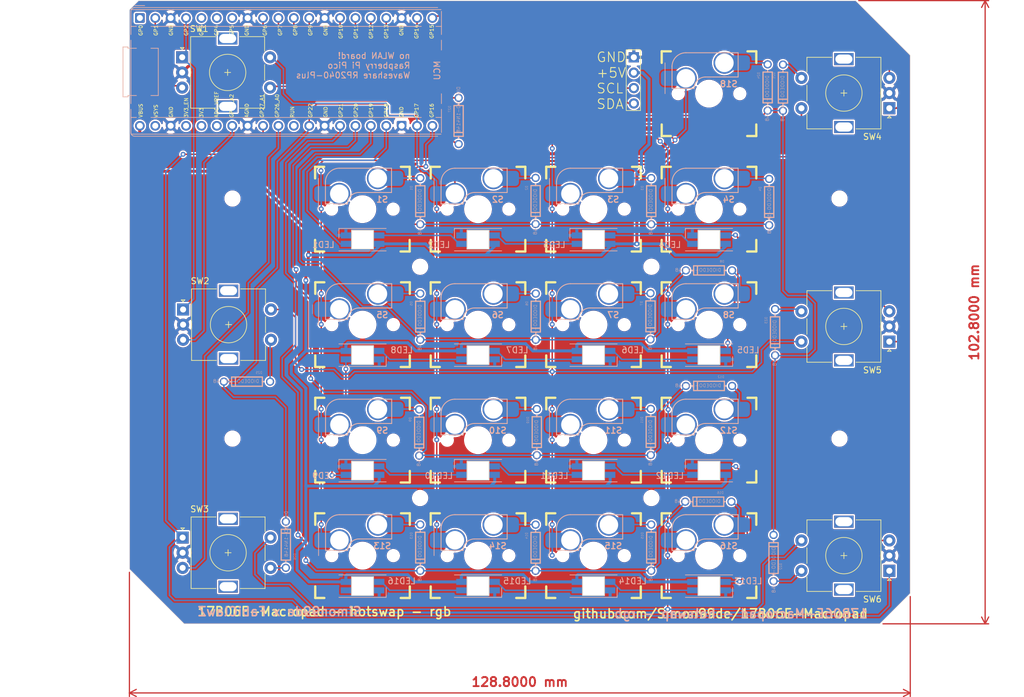
<source format=kicad_pcb>
(kicad_pcb (version 20241229) (generator "pcbnew") (generator_version "9.0")
  (title_block (title "17B06E-Macropad") (date "2025-10-26") (rev "1.0") (company "DIY") (comment 1 " github.com/Simon99de/17B06E-Macropad") (comment 2 "Remix By:") (comment 3 " github.com/imchipwood/dumbpad") (comment 4 "Template by:"))
  (layers (0 "F.Cu" signal) (2 "B.Cu" signal) (13 "F.Paste" user) (15 "B.Paste" user) (5 "F.SilkS" user "F.Silkscreen") (7 "B.SilkS" user "B.Silkscreen") (1 "F.Mask" user) (3 "B.Mask" user) (25 "Edge.Cuts" user))
  (net 0 "")
  (net 1 "GND")
  (net 2 "/ROW0")
  (net 3 "/ROW1")
  (net 4 "VCC +5V")
  (net 5 "/ROW2")
  (net 6 "/ROW3")
  (net 7 "/COL4")
  (net 8 "/COL3")
  (net 9 "/COL2")
  (net 10 "/COL1")
  (net 11 "/SCL")
  (net 12 "/SDA")
  (net 13 "+3.3V")
  (net 16 "/KEY_LEDS")
  (net 17 "/3V3_EN")
  (net 18 "/RUN")
  (net 20 "Net-(LED1-DOUT)")
  (net 21 "Net-(LED2-DOUT)")
  (net 22 "Net-(LED3-DOUT)")
  (net 23 "Net-(LED4-DOUT)")
  (net 24 "Net-(LED5-DOUT)")
  (net 25 "Net-(LED6-DOUT)")
  (net 26 "Net-(LED7-DOUT)")
  (net 27 "Net-(LED8-DOUT)")
  (net 28 "Net-(LED10-DIN)")
  (net 29 "Net-(LED10-DOUT)")
  (net 30 "Net-(LED11-DOUT)")
  (net 31 "Net-(LED12-DOUT)")
  (net 32 "Net-(LED13-DOUT)")
  (net 33 "Net-(LED14-DOUT)")
  (net 34 "Net-(LED15-DOUT)")
  (net 36 "/ROW4")
  (net 37 "/ROW5")
  (net 38 "Net-(D2-PadA)")
  (net 39 "Net-(D3-PadA)")
  (net 40 "Net-(D4-PadA)")
  (net 41 "Net-(D5-PadA)")
  (net 42 "Net-(D6-PadA)")
  (net 43 "Net-(D7-PadA)")
  (net 44 "Net-(D8-PadA)")
  (net 45 "Net-(D9-PadA)")
  (net 46 "Net-(D10-PadA)")
  (net 47 "Net-(D11-PadA)")
  (net 48 "Net-(D12-PadA)")
  (net 49 "Net-(D13-PadA)")
  (net 50 "Net-(D14-PadA)")
  (net 51 "Net-(D15-PadA)")
  (net 52 "Net-(D16-PadA)")
  (net 53 "Net-(D24-PadA)")
  (net 54 "Net-(D1-PadA)")
  (net 55 "Net-(D21-PadA)")
  (net 56 "Net-(D22-PadA)")
  (net 57 "Net-(D23-PadA)")
  (net 58 "Net-(D25-PadA)")
  (net 59 "Net-(D26-PadA)")
  (net 60 "Net-(D27-PadA)")
  (net 61 "/ENCODER2_b")
  (net 62 "/ENCODER4_b")
  (net 63 "/ENCODER4u5_a")
  (net 64 "/ENCODER6_b")
  (net 65 "/ENCODER5_b")
  (net 66 "/ENCODER1_b")
  (net 67 "/ENCODER3u6_a")
  (net 68 "/ENCODER1u2_a")
  (net 69 "/ENCODER3_b")
  (net 70 "/VSYS")
  (footprint "MountingHole:MountingHole_2.1mm" (layer "F.Cu") (at 108.55 114.1)
    (property "Reference" "REF**")
    (property "Value" "MountingHole_2.1mm")
  )
  (footprint "MountingHole:MountingHole_2.1mm" (layer "F.Cu") (at 208.675 74.5)
    (property "Reference" "REF**")
    (property "Value" "MountingHole_2.1mm")
  )
  (footprint "MountingHole:MountingHole_2.1mm" (layer "F.Cu") (at 139.5 123.9)
    (property "Reference" "REF**")
    (property "Value" "MountingHole_2.1mm")
  )
  (footprint "MountingHole:MountingHole_2.1mm" (layer "F.Cu") (at 177.65 123.9)
    (property "Reference" "REF**")
    (property "Value" "MountingHole_2.1mm")
  )
  (footprint "Rotary_Encoder:RotaryEncoder_Alps_EC11E-Switch_Vertical_H20mm" (layer "F.Cu") (at 100.4 92.8)
    (property "Reference" "SW2")
    (property "Value" "RotaryEncoder_Switch")
  )
  (footprint "MountingHole:MountingHole_2.1mm" (layer "F.Cu") (at 208.675 114.1)
    (property "Reference" "REF**")
    (property "Value" "MountingHole_2.1mm")
  )
  (footprint "Rotary_Encoder:RotaryEncoder_Alps_EC11E-Switch_Vertical_H20mm" (layer "F.Cu") (at 100.325 130.425)
    (property "Reference" "SW3")
    (property "Value" "RotaryEncoder_Switch")
  )
  (footprint "Rotary_Encoder:RotaryEncoder_Alps_EC11E-Switch_Vertical_H20mm" (layer "F.Cu") (at 100.25 51.2)
    (property "Reference" "SW1")
    (property "Value" "RotaryEncoder_Switch")
  )
  (footprint "Rotary_Encoder:RotaryEncoder_Alps_EC11E-Switch_Vertical_H20mm" (layer "F.Cu") (at 216.9 135.9 180)
    (property "Reference" "SW6")
    (property "Value" "RotaryEncoder_Switch")
  )
  (footprint "Rotary_Encoder:RotaryEncoder_Alps_EC11E-Switch_Vertical_H20mm" (layer "F.Cu") (at 216.9 59.6 180)
    (property "Reference" "SW4")
    (property "Value" "RotaryEncoder_Switch")
  )
  (footprint "17B06E-Macropad:OLED" (layer "F.Cu") (at 176.35 61 180)
    (property "Reference" "OLED1" (hide yes))
    (property "Value" "I2C_OLED_0,91_Zoll_128X32" (hide yes))
  )
  (footprint "Rotary_Encoder:RotaryEncoder_Alps_EC11E-Switch_Vertical_H20mm" (layer "F.Cu") (at 216.9 98.1 180)
    (property "Reference" "SW5")
    (property "Value" "RotaryEncoder_Switch")
  )
  (footprint "MountingHole:MountingHole_2.1mm" (layer "F.Cu") (at 108.55 74.5)
    (property "Reference" "REF**")
    (property "Value" "MountingHole_2.1mm")
  )
  (footprint "MountingHole:MountingHole_2.1mm" (layer "F.Cu") (at 139.5 85.75)
    (property "Reference" "REF**")
    (property "Value" "MountingHole_2.1mm")
  )
  (footprint "MountingHole:MountingHole_2.1mm" (layer "F.Cu") (at 177.65 85.75)
    (property "Reference" "REF**")
    (property "Value" "MountingHole_2.1mm")
  )
  (footprint "17B06E-Macropad:Kailh-CPG151101S11_MX_Socket-1.00u" (layer "B.Cu") (at 130 95.3 180)
    (property "Reference" "S5")
    (property "Value" "Kailh-Switch-MX_Socket" (hide yes))
  )
  (footprint "17B06E-Macropad:DO-1N4148" (layer "B.Cu") (at 158.75 113.03 -90)
    (property "Reference" "D10")
    (property "Value" "DIODEDO-1N4148")
  )
  (footprint "17B06E-Macropad:YS-SK6812MINI-E" (layer "B.Cu") (at 149.0511 100.33 180)
    (property "Reference" "LED7")
    (property "Value" "SK6812MINI")
    (fp_line (start 1.8 1.55) (end -1.8 1.55) (stroke (width 0.12)) (layer "Edge.Cuts"))
    (fp_line (start 1.8 -1.55) (end 1.8 1.55) (stroke (width 0.12)) (layer "Edge.Cuts"))
    (fp_line (start -1.8 1.55) (end -1.8 -1.55) (stroke (width 0.12)) (layer "Edge.Cuts"))
    (fp_line (start -1.8 -1.55) (end 1.8 -1.55) (stroke (width 0.12)) (layer "Edge.Cuts"))
  )
  (footprint "17B06E-Macropad:Kailh-CPG151101S11_MX_Socket-1.00u" (layer "B.Cu") (at 149.05 95.3 180)
    (property "Reference" "S6")
    (property "Value" "Kailh-Switch-MX_Socket" (hide yes))
  )
  (footprint "17B06E-Macropad:DO-1N4148" (layer "B.Cu") (at 145.85 61.7 -90)
    (property "Reference" "D27")
    (property "Value" "DIODEDO-1N4148")
  )
  (footprint "17B06E-Macropad:Kailh-CPG151101S11_MX_Socket-1.00u" (layer "B.Cu") (at 168.1 133.4 180)
    (property "Reference" "S15")
    (property "Value" "Kailh-Switch-MX_Socket" (hide yes))
  )
  (footprint "17B06E-Macropad:DO-1N4148" (layer "B.Cu") (at 158.55 132.1 -90)
    (property "Reference" "D14")
    (property "Value" "DIODEDO-1N4148")
  )
  (footprint "17B06E-Macropad:DO-1N4148" (layer "B.Cu") (at 187.1511 86.36 180)
    (property "Reference" "D8")
    (property "Value" "DIODEDO-1N4148")
  )
  (footprint "17B06E-Macropad:DO-1N4148" (layer "B.Cu") (at 158.5761 93.98 -90)
    (property "Reference" "D6")
    (property "Value" "DIODEDO-1N4148")
  )
  (footprint "17B06E-Macropad:YS-SK6812MINI-E" (layer "B.Cu") (at 187.1511 81.28)
    (property "Reference" "LED4")
    (property "Value" "SK6812MINI")
    (fp_line (start -1.8 -1.55) (end 1.8 -1.55) (stroke (width 0.12)) (layer "Edge.Cuts"))
    (fp_line (start -1.8 1.55) (end -1.8 -1.55) (stroke (width 0.12)) (layer "Edge.Cuts"))
    (fp_line (start 1.8 -1.55) (end 1.8 1.55) (stroke (width 0.12)) (layer "Edge.Cuts"))
    (fp_line (start 1.8 1.55) (end -1.8 1.55) (stroke (width 0.12)) (layer "Edge.Cuts"))
  )
  (footprint "17B06E-Macropad:DO-1N4148" (layer "B.Cu") (at 187.04 124.5 180)
    (property "Reference" "D16")
    (property "Value" "DIODEDO-1N4148")
  )
  (footprint "17B06E-Macropad:DO-1N4148" (layer "B.Cu") (at 197.075 75.075 -90)
    (property "Reference" "D4")
    (property "Value" "DIODEDO-1N4148")
  )
  (footprint "17B06E-Macropad:Kailh-CPG151101S11_MX_Socket-1.00u" (layer "B.Cu") (at 149.05 133.4 180)
    (property "Reference" "S14")
    (property "Value" "Kailh-Switch-MX_Socket" (hide yes))
  )
  (footprint "17B06E-Macropad:YS-SK6812MINI-E" (layer "B.Cu") (at 187.1511 119.38)
    (property "Reference" "LED12")
    (property "Value" "SK6812MINI")
    (fp_line (start -1.8 -1.55) (end 1.8 -1.55) (stroke (width 0.12)) (layer "Edge.Cuts"))
    (fp_line (start -1.8 1.55) (end -1.8 -1.55) (stroke (width 0.12)) (layer "Edge.Cuts"))
    (fp_line (start 1.8 -1.55) (end 1.8 1.55) (stroke (width 0.12)) (layer "Edge.Cuts"))
    (fp_line (start 1.8 1.55) (end -1.8 1.55) (stroke (width 0.12)) (layer "Edge.Cuts"))
  )
  (footprint "17B06E-Macropad:YS-SK6812MINI-E" (layer "B.Cu") (at 168.1011 81.28)
    (property "Reference" "LED3")
    (property "Value" "SK6812MINI")
    (fp_line (start -1.8 -1.55) (end 1.8 -1.55) (stroke (width 0.12)) (layer "Edge.Cuts"))
    (fp_line (start -1.8 1.55) (end -1.8 -1.55) (stroke (width 0.12)) (layer "Edge.Cuts"))
    (fp_line (start 1.8 -1.55) (end 1.8 1.55) (stroke (width 0.12)) (layer "Edge.Cuts"))
    (fp_line (start 1.8 1.55) (end -1.8 1.55) (stroke (width 0.12)) (layer "Edge.Cuts"))
  )
  (footprint "17B06E-Macropad:Kailh-CPG151101S11_MX_Socket-1.00u" (layer "B.Cu") (at 187.15 57.2 180)
    (property "Reference" "S18")
    (property "Value" "Kailh-Switch-MX_Socket" (hide yes))
  )
  (footprint "17B06E-Macropad:YS-SK6812MINI-E" (layer "B.Cu") (at 130.0011 138.43 180)
    (property "Reference" "LED16")
    (property "Value" "SK6812MINI")
    (fp_line (start 1.8 1.55) (end -1.8 1.55) (stroke (width 0.12)) (layer "Edge.Cuts"))
    (fp_line (start 1.8 -1.55) (end 1.8 1.55) (stroke (width 0.12)) (layer "Edge.Cuts"))
    (fp_line (start -1.8 1.55) (end -1.8 -1.55) (stroke (width 0.12)) (layer "Edge.Cuts"))
    (fp_line (start -1.8 -1.55) (end 1.8 -1.55) (stroke (width 0.12)) (layer "Edge.Cuts"))
  )
  (footprint "17B06E-Macropad:DO-1N4148" (layer "B.Cu") (at 158.55 74.9 -90)
    (property "Reference" "D2")
    (property "Value" "DIODEDO-1N4148")
  )
  (footprint "17B06E-Macropad:RaspberryPi_Pico_No_WIFI" (layer "B.Cu") (at 93.27 44.72 -90)
    (property "Reference" "MCU")
    (property "Value" "RaspberryPi_Pico")
  )
  (footprint "17B06E-Macropad:DO-1N4148" (layer "B.Cu") (at 139.35 113.1 -90)
    (property "Reference" "D9")
    (property "Value" "DIODEDO-1N4148")
  )
  (footprint "17B06E-Macropad:DO-1N4148" (layer "B.Cu") (at 117.35 131.6 90)
    (property "Reference" "D26")
    (property "Value" "DIODEDO-1N4148")
  )
  (footprint "17B06E-Macropad:DO-1N4148" (layer "B.Cu") (at 197.8 133.8 90)
    (property "Reference" "D22")
    (property "Value" "DIODEDO-1N4148")
  )
  (footprint "17B06E-Macropad:Kailh-CPG151101S11_MX_Socket-1.00u" (layer "B.Cu") (at 187.15 133.4 180)
    (property "Reference" "S16")
    (property "Value" "Kailh-Switch-MX_Socket" (hide yes))
  )
  (footprint "17B06E-Macropad:YS-SK6812MINI-E" (layer "B.Cu") (at 149.0511 119.38)
    (property "Reference" "LED10")
    (property "Value" "SK6812MINI")
    (fp_line (start -1.8 -1.55) (end 1.8 -1.55) (stroke (width 0.12)) (layer "Edge.Cuts"))
    (fp_line (start -1.8 1.55) (end -1.8 -1.55) (stroke (width 0.12)) (layer "Edge.Cuts"))
    (fp_line (start 1.8 -1.55) (end 1.8 1.55) (stroke (width 0.12)) (layer "Edge.Cuts"))
    (fp_line (start 1.8 1.55) (end -1.8 1.55) (stroke (width 0.12)) (layer "Edge.Cuts"))
  )
  (footprint "17B06E-Macropad:DO-1N4148" (layer "B.Cu") (at 139.5261 132.08 -90)
    (property "Reference" "D13")
    (property "Value" "DIODEDO-1N4148")
  )
  (footprint "17B06E-Macropad:YS-SK6812MINI-E" (layer "B.Cu") (at 149.0511 81.28)
    (property "Reference" "LED2")
    (property "Value" "SK6812MINI")
    (fp_line (start -1.8 -1.55) (end 1.8 -1.55) (stroke (width 0.12)) (layer "Edge.Cuts"))
    (fp_line (start -1.8 1.55) (end -1.8 -1.55) (stroke (width 0.12)) (layer "Edge.Cuts"))
    (fp_line (start 1.8 -1.55) (end 1.8 1.55) (stroke (width 0.12)) (layer "Edge.Cuts"))
    (fp_line (start 1.8 1.55) (end -1.8 1.55) (stroke (width 0.12)) (layer "Edge.Cuts"))
  )
  (footprint "17B06E-Macropad:YS-SK6812MINI-E" (layer "B.Cu") (at 187.1511 138.43 180)
    (property "Reference" "LED13")
    (property "Value" "SK6812MINI")
    (fp_line (start 1.8 1.55) (end -1.8 1.55) (stroke (width 0.12)) (layer "Edge.Cuts"))
    (fp_line (start 1.8 -1.55) (end 1.8 1.55) (stroke (width 0.12)) (layer "Edge.Cuts"))
    (fp_line (start -1.8 1.55) (end -1.8 -1.55) (stroke (width 0.12)) (layer "Edge.Cuts"))
    (fp_line (start -1.8 -1.55) (end 1.8 -1.55) (stroke (width 0.12)) (layer "Edge.Cuts"))
  )
  (footprint "17B06E-Macropad:YS-SK6812MINI-E" (layer "B.Cu") (at 187.1511 100.33 180)
    (property "Reference" "LED5")
    (property "Value" "SK6812MINI")
    (fp_line (start 1.8 1.55) (end -1.8 1.55) (stroke (width 0.12)) (layer "Edge.Cuts"))
    (fp_line (start 1.8 -1.55) (end 1.8 1.55) (stroke (width 0.12)) (layer "Edge.Cuts"))
    (fp_line (start -1.8 1.55) (end -1.8 -1.55) (stroke (width 0.12)) (layer "Edge.Cuts"))
    (fp_line (start -1.8 -1.55) (end 1.8 -1.55) (stroke (width 0.12)) (layer "Edge.Cuts"))
  )
  (footprint "17B06E-Macropad:DO-1N4148" (layer "B.Cu") (at 139.5261 93.98 -90)
    (property "Reference" "D5")
    (property "Value" "DIODEDO-1N4148")
  )
  (footprint "17B06E-Macropad:DO-1N4148" (layer "B.Cu") (at 177.55 113 -90)
    (property "Reference" "D11")
    (property "Value" "DIODEDO-1N4148")
  )
  (footprint "17B06E-Macropad:DO-1N4148" (layer "B.Cu") (at 196.825 56.175 -90)
    (property "Reference" "D24")
    (property "Value" "DIODEDO-1N4148")
  )
  (footprint "17B06E-Macropad:DO-1N4148" (layer "B.Cu") (at 110.94 104.7 180)
    (property "Reference" "D25")
    (property "Value" "DIODEDO-1N4148")
  )
  (footprint "17B06E-Macropad:DO-1N4148" (layer "B.Cu") (at 177.6261 74.93 -90)
    (property "Reference" "D3")
    (property "Value" "DIODEDO-1N4148")
  )
  (footprint "17B06E-Macropad:Kailh-CPG151101S11_MX_Socket-1.00u" (layer "B.Cu") (at 130 114.35 180)
    (property "Reference" "S9")
    (property "Value" "Kailh-Switch-MX_Socket" (hide yes))
  )
  (footprint "17B06E-Macropad:Kailh-CPG151101S11_MX_Socket-1.00u" (layer "B.Cu") (at 187.15 114.35 180)
    (property "Reference" "S12")
    (property "Value" "Kailh-Switch-MX_Socket" (hide yes))
  )
  (footprint "17B06E-Macropad:DO-1N4148" (layer "B.Cu") (at 177.6261 132.08 -90)
    (property "Reference" "D15")
    (property "Value" "DIODEDO-1N4148")
  )
  (footprint "17B06E-Macropad:Kailh-CPG151101S11_MX_Socket-1.00u" (layer "B.Cu") (at 187.15 95.3 180)
    (property "Reference" "S8")
    (property "Value" "Kailh-Switch-MX_Socket" (hide yes))
  )
  (footprint "17B06E-Macropad:YS-SK6812MINI-E" (layer "B.Cu") (at 168.1011 100.33 180)
    (property "Reference" "LED6")
    (property "Value" "SK6812MINI")
    (fp_line (start 1.8 1.55) (end -1.8 1.55) (stroke (width 0.12)) (layer "Edge.Cuts"))
    (fp_line (start 1.8 -1.55) (end 1.8 1.55) (stroke (width 0.12)) (layer "Edge.Cuts"))
    (fp_line (start -1.8 1.55) (end -1.8 -1.55) (stroke (width 0.12)) (layer "Edge.Cuts"))
    (fp_line (start -1.8 -1.55) (end 1.8 -1.55) (stroke (width 0.12)) (layer "Edge.Cuts"))
  )
  (footprint "17B06E-Macropad:YS-SK6812MINI-E" (layer "B.Cu") (at 130.0011 81.28)
    (property "Reference" "LED1")
    (property "Value" "SK6812MINI")
    (fp_line (start -1.8 -1.55) (end 1.8 -1.55) (stroke (width 0.12)) (layer "Edge.Cuts"))
    (fp_line (start -1.8 1.55) (end -1.8 -1.55) (stroke (width 0.12)) (layer "Edge.Cuts"))
    (fp_line (start 1.8 -1.55) (end 1.8 1.55) (stroke (width 0.12)) (layer "Edge.Cuts"))
    (fp_line (start 1.8 1.55) (end -1.8 1.55) (stroke (width 0.12)) (layer "Edge.Cuts"))
  )
  (footprint "17B06E-Macropad:Kailh-CPG151101S11_MX_Socket-1.00u" (layer "B.Cu") (at 168.1 76.25 180)
    (property "Reference" "S3")
    (property "Value" "Kailh-Switch-MX_Socket" (hide yes))
  )
  (footprint "17B06E-Macropad:YS-SK6812MINI-E" (layer "B.Cu") (at 130.0011 119.38)
    (property "Reference" "LED9")
    (property "Value" "SK6812MINI")
    (fp_line (start -1.8 -1.55) (end 1.8 -1.55) (stroke (width 0.12)) (layer "Edge.Cuts"))
    (fp_line (start -1.8 1.55) (end -1.8 -1.55) (stroke (width 0.12)) (layer "Edge.Cuts"))
    (fp_line (start 1.8 -1.55) (end 1.8 1.55) (stroke (width 0.12)) (layer "Edge.Cuts"))
    (fp_line (start 1.8 1.55) (end -1.8 1.55) (stroke (width 0.12)) (layer "Edge.Cuts"))
  )
  (footprint "17B06E-Macropad:Kailh-CPG151101S11_MX_Socket-1.00u" (layer "B.Cu") (at 168.1 114.35 180)
    (property "Reference" "S11")
    (property "Value" "Kailh-Switch-MX_Socket" (hide yes))
  )
  (footprint "17B06E-Macropad:Kailh-CPG151101S11_MX_Socket-1.00u" (layer "B.Cu") (at 129.975 76.25 180)
    (property "Reference" "S1")
    (property "Value" "Kailh-Switch-MX_Socket" (hide yes))
  )
  (footprint "17B06E-Macropad:DO-1N4148" (layer "B.Cu") (at 199.35 56.21 -90)
    (property "Reference" "D21")
    (property "Value" "DIODEDO-1N4148")
  )
  (footprint "17B06E-Macropad:DO-1N4148" (layer "B.Cu") (at 198.05 96.55 -90)
    (property "Reference" "D23")
    (property "Value" "DIODEDO-1N4148")
  )
  (footprint "17B06E-Macropad:DO-1N4148" (layer "B.Cu") (at 177.5 93.925 -90)
    (property "Reference" "D7")
    (property "Value" "DIODEDO-1N4148")
  )
  (footprint "17B06E-Macropad:YS-SK6812MINI-E" (layer "B.Cu") (at 168.1011 119.38)
    (property "Reference" "LED11")
    (property "Value" "SK6812MINI")
    (fp_line (start -1.8 -1.55) (end 1.8 -1.55) (stroke (width 0.12)) (layer "Edge.Cuts"))
    (fp_line (start -1.8 1.55) (end -1.8 -1.55) (stroke (width 0.12)) (layer "Edge.Cuts"))
    (fp_line (start 1.8 -1.55) (end 1.8 1.55) (stroke (width 0.12)) (layer "Edge.Cuts"))
    (fp_line (start 1.8 1.55) (end -1.8 1.55) (stroke (width 0.12)) (layer "Edge.Cuts"))
  )
  (footprint "17B06E-Macropad:Kailh-CPG151101S11_MX_Socket-1.00u" (layer "B.Cu") (at 168.1 95.3 180)
    (property "Reference" "S7")
    (property "Value" "Kailh-Switch-MX_Socket" (hide yes))
  )
  (footprint "17B06E-Macropad:Kailh-CPG151101S11_MX_Socket-1.00u" (layer "B.Cu") (at 149.05 76.25 180)
    (property "Reference" "S2")
    (property "Value" "Kailh-Switch-MX_Socket" (hide yes))
  )
  (footprint "17B06E-Macropad:DO-1N4148" (layer "B.Cu") (at 139.5261 74.93 -90)
    (property "Reference" "D1")
    (property "Value" "DIODEDO-1N4148")
  )
  (footprint "17B06E-Macropad:Kailh-CPG151101S11_MX_Socket-1.00u" (layer "B.Cu") (at 187.15 76.25 180)
    (property "Reference" "S4")
    (property "Value" "Kailh-Switch-MX_Socket" (hide yes))
  )
  (footprint "17B06E-Macropad:YS-SK6812MINI-E" (layer "B.Cu") (at 149.0511 138.43 180)
    (property "Reference" "LED15")
    (property "Value" "SK6812MINI")
    (fp_line (start 1.8 1.55) (end -1.8 1.55) (stroke (width 0.12)) (layer "Edge.Cuts"))
    (fp_line (start 1.8 -1.55) (end 1.8 1.55) (stroke (width 0.12)) (layer "Edge.Cuts"))
    (fp_line (start -1.8 1.55) (end -1.8 -1.55) (stroke (width 0.12)) (layer "Edge.Cuts"))
    (fp_line (start -1.8 -1.55) (end 1.8 -1.55) (stroke (width 0.12)) (layer "Edge.Cuts"))
  )
  (footprint "17B06E-Macropad:Kailh-CPG151101S11_MX_Socket-1.00u" (layer "B.Cu") (at 149.05 114.35 180)
    (property "Reference" "S10")
    (property "Value" "Kailh-Switch-MX_Socket" (hide yes))
  )
  (footprint "17B06E-Macropad:DO-1N4148" (layer "B.Cu") (at 187.1511 105.41 180)
    (property "Reference" "D12")
    (property "Value" "DIODEDO-1N4148")
  )
  (footprint "17B06E-Macropad:Kailh-CPG151101S11_MX_Socket-1.00u" (layer "B.Cu") (at 130 133.4 180)
    (property "Reference" "S13")
    (property "Value" "Kailh-Switch-MX_Socket" (hide yes))
  )
  (footprint "17B06E-Macropad:YS-SK6812MINI-E" (layer "B.Cu") (at 130.0011 100.33 180)
    (property "Reference" "LED8")
    (property "Value" "SK6812MINI")
    (fp_line (start 1.8 1.55) (end -1.8 1.55) (stroke (width 0.12)) (layer "Edge.Cuts"))
    (fp_line (start 1.8 -1.55) (end 1.8 1.55) (stroke (width 0.12)) (layer "Edge.Cuts"))
    (fp_line (start -1.8 1.55) (end -1.8 -1.55) (stroke (width 0.12)) (layer "Edge.Cuts"))
    (fp_line (start -1.8 -1.55) (end 1.8 -1.55) (stroke (width 0.12)) (layer "Edge.Cuts"))
  )
  (footprint "17B06E-Macropad:YS-SK6812MINI-E" (layer "B.Cu") (at 168.1011 138.43 180)
    (property "Reference" "LED14")
    (property "Value" "SK6812MINI")
    (fp_line (start 1.8 1.55) (end -1.8 1.55) (stroke (width 0.12)) (layer "Edge.Cuts"))
    (fp_line (start 1.8 -1.55) (end 1.8 1.55) (stroke (width 0.12)) (layer "Edge.Cuts"))
    (fp_line (start -1.8 1.55) (end -1.8 -1.55) (stroke (width 0.12)) (layer "Edge.Cuts"))
    (fp_line (start -1.8 -1.55) (end 1.8 -1.55) (stroke (width 0.12)) (layer "Edge.Cuts"))
  )
  (gr_line (start 93.05 41.85) (end 211.35 41.85) (stroke (width 0.05)) (layer "Edge.Cuts"))
  (gr_line (start 91.549999 43.35) (end 91.55 135.65) (stroke (width 0.05)) (layer "Edge.Cuts"))
  (gr_line (start 220.35 139.65) (end 215.35 144.65) (stroke (width 0.05)) (layer "Edge.Cuts"))
  (gr_line (start 100.55 144.65) (end 215.35 144.65) (stroke (width 0.05)) (layer "Edge.Cuts"))
  (gr_line (start 220.35 139.65) (end 220.35 50.85) (stroke (width 0.05)) (layer "Edge.Cuts"))
  (gr_line (start 100.55 144.65) (end 91.55 135.65) (stroke (width 0.05)) (layer "Edge.Cuts"))
  (gr_line (start 91.549999 43.35) (end 93.05 41.85) (stroke (width 0.05)) (layer "Edge.Cuts"))
  (gr_line (start 211.35 41.85) (end 220.35 50.85) (stroke (width 0.05)) (layer "Edge.Cuts"))
  (gr_text "GND\n+5V\nSCL\nSDA" (at 168.5 59.85 0) (layer "F.SilkS") (effects (font (size 1.6 1.6)) (justify left bottom)))
  (gr_text "17B06E-Macropad - hotswap - rgb" (at 102.65 143.5 0) (layer "F.SilkS") (effects (font (size 1.4875 1.4875) (thickness 0.2625)) (justify left bottom)))
  (gr_text "github.com/Simon99de/17B06E-Macropad" (at 213.5 143.85 0) (layer "F.SilkS") (effects (font (size 1.4875 1.4875) (thickness 0.2625)) (justify right bottom)))
  (gr_text "Simon99de x FabiClawZ" (at 102.65 143.5 0) (layer "B.SilkS") (effects (font (size 1.4875 1.4875) (thickness 0.2625)) (justify right bottom mirror)))
  (gr_text "no WLAN board!\nRaspberry Pi Pico\nWaveshare RP2040-Plus" (at 137.95 54.75 0) (layer "B.SilkS") (effects (font (size 1 1)) (justify left bottom mirror)))
  (gr_text "17B06E-Macropad - hotswap - rgb" (at 213.5 143.85 0) (layer "B.SilkS") (effects (font (size 1.4875 1.4875) (thickness 0.2625)) (justify left bottom mirror)))
  (dimension (type orthogonal) (layer "F.Cu") (pts (xy 215.35 144.65) (xy 211.35 41.85)) (height 17.35) (orientation 1) (format (prefix "") (suffix "") (units 3) (units_format 1) (precision 4)) (style (thickness 0.2) (arrow_length 1.27) (text_position_mode 0) (arrow_direction outward) (extension_height 0.58642) (extension_offset 0.5) (keep_text_aligned yes)) (gr_text "102,8000 mm" (at 230.9 93.25 90) (layer "F.Cu") (effects (font (size 1.5 1.5) (thickness 0.3)))))
  (dimension (type orthogonal) (layer "F.Cu") (pts (xy 220.35 139.65) (xy 91.55 135.65)) (height 16.4) (orientation 0) (format (prefix "") (suffix "") (units 3) (units_format 1) (precision 4)) (style (thickness 0.2) (arrow_length 1.27) (text_position_mode 0) (arrow_direction outward) (extension_height 0.58642) (extension_offset 0.5) (keep_text_aligned yes)) (gr_text "128,8000 mm" (at 155.95 154.25 0) (layer "F.Cu") (effects (font (size 1.5 1.5) (thickness 0.3)))))
  (segment (start 121.21 60.14) (end 121.21 62.5) (width 0.25) (layer "F.Cu") (net 2))
  (segment (start 143.35 60.8) (end 134.35 60.8) (width 0.25) (layer "F.Cu") (net 2))
  (segment (start 145.85 65.51) (end 145.46 65.51) (width 0.25) (layer "F.Cu") (net 2))
  (segment (start 144.25 64.3) (end 144.25 61.7) (width 0.25) (layer "F.Cu") (net 2))
  (segment (start 144.25 61.7) (end 143.35 60.8) (width 0.25) (layer "F.Cu") (net 2))
  (segment (start 122.45 58.9) (end 121.21 60.14) (width 0.25) (layer "F.Cu") (net 2))
  (segment (start 134.25 59.2) (end 133.95 58.9) (width 0.25) (layer "F.Cu") (net 2))
  (segment (start 121.16 62.49) (end 120.54 62.49) (width 0.25) (layer "F.Cu") (net 2))
  (segment (start 133.95 58.9) (end 122.45 58.9) (width 0.25) (layer "F.Cu") (net 2))
  (segment (start 145.46 65.51) (end 144.25 64.3) (width 0.25) (layer "F.Cu") (net 2))
  (segment (start 134.35 60.8) (end 134.25 60.7) (width 0.25) (layer "F.Cu") (net 2))
  (segment (start 134.25 60.7) (end 134.25 59.2) (width 0.25) (layer "F.Cu") (net 2))
  (segment (start 108.7 107.25) (end 115.6 107.25) (width 0.25) (layer "B.Cu") (net 2))
  (segment (start 112.5 101.45) (end 112.5 89.35) (width 0.25) (layer "B.Cu") (net 2))
  (segment (start 112.5 89.35) (end 115.95 85.9) (width 0.25) (layer "B.Cu") (net 2))
  (segment (start 107.13 104.7) (end 109.25 104.7) (width 0.25) (layer "B.Cu") (net 2))
  (segment (start 107.13 105.68) (end 108.7 107.25) (width 0.25) (layer "B.Cu") (net 2))
  (segment (start 107.13 104.7) (end 107.13 105.68) (width 0.25) (layer "B.Cu") (net 2))
  (segment (start 121.21 63.14) (end 121.21 62.5) (width 0.25) (layer "B.Cu") (net 2))
  (segment (start 109.25 104.7) (end 112.5 101.45) (width 0.25) (layer "B.Cu") (net 2))
  (segment (start 115.95 85.9) (end 115.95 68.4) (width 0.25) (layer "B.Cu") (net 2))
  (segment (start 117.35 109) (end 117.35 127.79) (width 0.25) (layer "B.Cu") (net 2))
  (segment (start 115.95 68.4) (end 121.21 63.14) (width 0.25) (layer "B.Cu") (net 2))
  (segment (start 115.6 107.25) (end 117.35 109) (width 0.25) (layer "B.Cu") (net 2))
  (segment (start 139.15 69.2) (end 140.45 69.2) (width 0.25) (layer "F.Cu") (net 3))
  (segment (start 139.5261 78.74) (end 137.75 78.74) (width 0.25) (layer "F.Cu") (net 3))
  (segment (start 138.75 69.6) (end 139.15 69.2) (width 0.25) (layer "F.Cu") (net 3))
  (segment (start 137.75 78.74) (end 137.75 70.6) (width 0.25) (layer "F.Cu") (net 3))
  (segment (start 137.75 70.6) (end 138.75 69.6) (width 0.25) (layer "F.Cu") (net 3))
  (via (at 140.45 69.2) (size 0.8) (drill 0.4) (layers "F.Cu" "B.Cu") (net 3))
  (segment (start 141.53 64.52) (end 141.53 62.5) (width 0.25) (layer "B.Cu") (net 3))
  (segment (start 140.45 65.6) (end 141.53 64.52) (width 0.25) (layer "B.Cu") (net 3))
  (segment (start 177.6261 78.74) (end 158.5761 78.74) (width 0.25) (layer "B.Cu") (net 3))
  (segment (start 140.45 69.2) (end 140.45 65.6) (width 0.25) (layer "B.Cu") (net 3))
  (segment (start 196.7289 78.74) (end 196.7989 78.81) (width 0.25) (layer "B.Cu") (net 3))
  (segment (start 177.6261 78.74) (end 196.7289 78.74) (width 0.25) (layer "B.Cu") (net 3))
  (segment (start 158.5761 78.74) (end 139.5261 78.74) (width 0.25) (layer "B.Cu") (net 3))
  (segment (start 121.1 83.79) (end 121.1 80.05) (width 0.5) (layer "F.Cu") (net 4))
  (segment (start 121.05 83.84) (end 121.05 86.4) (width 0.5) (layer "F.Cu") (net 4))
  (segment (start 176 69.9) (end 175.75 69.9) (width 0.5) (layer "F.Cu") (net 4))
  (segment (start 175.25 70.4) (end 175.25 81.98) (width 0.5) (layer "F.Cu") (net 4))
  (segment (start 121.07 83.82) (end 121.05 83.84) (width 0.5) (layer "F.Cu") (net 4))
  (segment (start 93.25 66.2) (end 93.25 62.52) (width 0.5) (layer "F.Cu") (net 4))
  (segment (start 121.05 86.4) (end 120.65 86.8) (width 0.5) (layer "F.Cu") (net 4))
  (segment (start 97.05 70) (end 93.25 66.2) (width 0.5) (layer "F.Cu") (net 4))
  (segment (start 121.07 83.82) (end 121.1 83.79) (width 0.5) (layer "F.Cu") (net 4))
  (segment (start 120.65 86.8) (end 120.65 88) (width 0.5) (layer "F.Cu") (net 4))
  (segment (start 111.05 70) (end 97.05 70) (width 0.5) (layer "F.Cu") (net 4))
  (segment (start 121.1 80.05) (end 111.05 70) (width 0.5) (layer "F.Cu") (net 4))
  (segment (start 175.75 69.9) (end 175.25 70.4) (width 0.5) (layer "F.Cu") (net 4))
  (segment (start 93.25 62.52) (end 93.27 62.5) (width 0.5) (layer "F.Cu") (net 4))
  (via (at 120.65 88) (size 0.8) (drill 0.4) (layers "F.Cu" "B.Cu") (net 4))
  (via (at 121.07 83.82) (size 0.8) (drill 0.4) (layers "F.Cu" "B.Cu") (net 4))
  (via (at 176 69.9) (size 0.8) (drill 0.4) (layers "F.Cu" "B.Cu") (net 4))
  (via (at 175.25 81.98) (size 0.8) (drill 0.4) (layers "F.Cu" "B.Cu") (net 4))
  (segment (start 140.4 81.98) (end 142.24 83.82) (width 0.5) (layer "B.Cu") (net 4))
  (segment (start 120.65 121.92) (end 120.65 105.8) (width 0.5) (layer "B.Cu") (net 4))
  (segment (start 165.3511 136.73) (end 165.52682 136.55428) (width 0.5) (layer "B.Cu") (net 4))
  (segment (start 131.271737 83.82) (end 132.7511 82.340637) (width 0.5) (layer "B.Cu") (net 4))
  (segment (start 118.25 102.03) (end 120.65 99.63) (width 0.5) (layer "B.Cu") (net 4))
  (segment (start 120.65 88) (end 120.65 99.63) (width 0.5) (layer "B.Cu") (net 4))
  (segment (start 127.5831 98.298) (end 137.448 98.298) (width 0.5) (layer "B.Cu") (net 4))
  (segment (start 146.3011 137.73) (end 146.3011 136.73) (width 0.5) (layer "B.Cu") (net 4))
  (segment (start 120.65 99.63) (end 127.2511 99.63) (width 0.5) (layer "B.Cu") (net 4))
  (segment (start 181.61 83.82) (end 188.421737 83.82) (width 0.5) (layer "B.Cu") (net 4))
  (segment (start 157.68 137.73) (end 165.3511 137.73) (width 0.5) (layer "B.Cu") (net 4))
  (segment (start 150.321737 83.82) (end 151.8011 82.340637) (width 0.5) (layer "B.Cu") (net 4))
  (segment (start 177.25 54.8) (end 176.2 53.75) (width 0.5) (layer "B.Cu") (net 4))
  (segment (start 146.3011 99.63) (end 146.3011 98.63) (width 0.5) (layer "B.Cu") (net 4))
  (segment (start 165.3511 99.63) (end 165.3511 98.63) (width 0.5) (layer "B.Cu") (net 4))
  (segment (start 175.94528 98.45428) (end 177.121 99.63) (width 0.5) (layer "B.Cu") (net 4))
  (segment (start 151.8011 120.08) (end 151.8011 121.2489) (width 0.5) (layer "B.Cu") (net 4))
  (segment (start 156.90428 98.45428) (end 158.08 99.63) (width 0.5) (layer "B.Cu") (net 4))
  (segment (start 127.42682 136.55428) (end 137.45428 136.55428) (width 0.5) (layer "B.Cu") (net 4))
  (segment (start 131.9111 121.92) (end 189.23 121.92) (width 0.5) (layer "B.Cu") (net 4))
  (segment (start 138.78 99.63) (end 146.3011 99.63) (width 0.5) (layer "B.Cu") (net 4))
  (segment (start 127.2511 136.73) (end 127.42682 136.55428) (width 0.5) (layer "B.Cu") (net 4))
  (segment (start 151.8011 121.2489) (end 151.13 121.92) (width 0.5) (layer "B.Cu") (net 4))
  (segment (start 165.52682 98.45428) (end 175.94528 98.45428) (width 0.5) (layer "B.Cu") (net 4))
  (segment (start 165.3511 98.63) (end 165.52682 98.45428) (width 0.5) (layer "B.Cu") (net 4))
  (segment (start 127.2511 99.63) (end 127.2511 98.63) (width 0.5) (layer "B.Cu") (net 4))
  (segment (start 137.45428 136.55428) (end 138.63 137.73) (width 0.5) (layer "B.Cu") (net 4))
  (segment (start 176 69.9) (end 176 66.8) (width 0.5) (layer "B.Cu") (net 4))
  (segment (start 170.8511 81.98) (end 175.25 81.98) (width 0.5) (layer "B.Cu") (net 4))
  (segment (start 174.76 53.75) (end 174.75 53.74) (width 0.5) (layer "B.Cu") (net 4))
  (segment (start 165.52682 136.55428) (end 175.65428 136.55428) (width 0.5) (layer "B.Cu") (net 4))
  (segment (start 158.08 99.63) (end 165.3511 99.63) (width 0.5) (layer "B.Cu") (net 4))
  (segment (start 119.2 132.55) (end 119.2 135.75) (width 0.5) (layer "B.Cu") (net 4))
  (segment (start 189.9011 82.340637) (end 189.9011 81.98) (width 0.5) (layer "B.Cu") (net 4))
  (segment (start 138.63 137.73) (end 146.3011 137.73) (width 0.5) (layer "B.Cu") (net 4))
  (segment (start 189.9011 121.2489) (end 189.23 121.92) (width 0.5) (layer "B.Cu") (net 4))
  (segment (start 120.65 121.92) (end 131.9111 121.92) (width 0.5) (layer "B.Cu") (net 4))
  (segment (start 170.8511 82.340637) (end 170.8511 81.98) (width 0.5) (layer "B.Cu") (net 4))
  (segment (start 170.8511 120.08) (end 170.8511 121.2489) (width 0.5) (layer "B.Cu") (net 4))
  (segment (start 127.2511 137.73) (end 127.2511 136.73) (width 0.5) (layer "B.Cu") (net 4))
  (segment (start 150.321737 83.82) (end 169.371737 83.82) (width 0.5) (layer "B.Cu") (net 4))
  (segment (start 165.3511 137.73) (end 165.3511 136.73) (width 0.5) (layer "B.Cu") (net 4))
  (segment (start 127.2511 98.63) (end 127.5831 98.298) (width 0.5) (layer "B.Cu") (net 4))
  (segment (start 142.24 83.82) (end 150.321737 83.82) (width 0.5) (layer "B.Cu") (net 4))
  (segment (start 176 66.8) (end 177.25 65.55) (width 0.5) (layer "B.Cu") (net 4))
  (segment (start 177.25 65.55) (end 177.25 54.8) (width 0.5) (layer "B.Cu") (net 4))
  (segment (start 176.2 53.75) (end 174.76 53.75) (width 0.5) (layer "B.Cu") (net 4))
  (segment (start 146.47682 98.45428) (end 156.90428 98.45428) (width 0.5) (layer "B.Cu") (net 4))
  (segment (start 121.07 83.82) (end 121.8175 83.82) (width 0.5) (layer "B.Cu") (net 4))
  (segment (start 189.9011 120.08) (end 189.9011 121.2489) (width 0.5) (layer "B.Cu") (net 4))
  (segment (start 146.47682 136.55428) (end 156.50428 136.55428) (width 0.5) (layer "B.Cu") (net 4))
  (segment (start 151.8011 82.340637) (end 151.8011 81.98) (width 0.5) (layer "B.Cu") (net 4))
  (segment (start 176.83 137.73) (end 184.4011 137.73) (width 0.5) (layer "B.Cu") (net 4))
  (segment (start 132.7511 121.08) (end 132.7511 120.08) (width 0.5) (layer "B.Cu") (net 4))
  (segment (start 177.121 99.63) (end 184.4011 99.63) (width 0.5) (layer "B.Cu") (net 4))
  (segment (start 121.8175 83.82) (end 131.271737 83.82) (width 0.5) (layer "B.Cu") (net 4))
  (segment (start 188.421737 83.82) (end 189.9011 82.340637) (width 0.5) (layer "B.Cu") (net 4))
  (segment (start 170.8511 121.2489) (end 170.18 121.92) (width 0.5) (layer "B.Cu") (net 4))
  (segment (start 132.7511 82.340637) (end 132.7511 81.98) (width 0.5) (layer "B.Cu") (net 4))
  (segment (start 119.2 135.75) (end 121.18 137.73) (width 0.5) (layer "B.Cu") (net 4))
  (segment (start 120.65 121.92) (end 120.65 131.1) (width 0.5) (layer "B.Cu") (net 4))
  (segment (start 118.25 103.4) (end 118.25 102.03) (width 0.5) (layer "B.Cu") (net 4))
  (segment (start 132.7511 81.98) (end 140.4 81.98) (width 0.5) (layer "B.Cu") (net 4))
  (segment (start 137.448 98.298) (end 138.78 99.63) (width 0.5) (layer "B.Cu") (net 4))
  (segment (start 175.65428 136.55428) (end 176.83 137.73) (width 0.5) (layer "B.Cu") (net 4))
  (segment (start 120.65 105.8) (end 118.25 103.4) (width 0.5) (layer "B.Cu") (net 4))
  (segment (start 121.18 137.73) (end 127.2511 137.73) (width 0.5) (layer "B.Cu") (net 4))
  (segment (start 179.77 81.98) (end 181.61 83.82) (width 0.5) (layer "B.Cu") (net 4))
  (segment (start 169.371737 83.82) (end 170.8511 82.340637) (width 0.5) (layer "B.Cu") (net 4))
  (segment (start 120.65 131.1) (end 119.2 132.55) (width 0.5) (layer "B.Cu") (net 4))
  (segment (start 175.25 81.98) (end 179.77 81.98) (width 0.5) (layer "B.Cu") (net 4))
  (segment (start 146.3011 136.73) (end 146.47682 136.55428) (width 0.5) (layer "B.Cu") (net 4))
  (segment (start 131.9111 121.92) (end 132.7511 121.08) (width 0.5) (layer "B.Cu") (net 4))
  (segment (start 146.3011 98.63) (end 146.47682 98.45428) (width 0.5) (layer "B.Cu") (net 4))
  (segment (start 156.50428 136.55428) (end 157.68 137.73) (width 0.5) (layer "B.Cu") (net 4))
  (segment (start 119.65 69.75) (end 122.25 67.15) (width 0.25) (layer "B.Cu") (net 5))
  (segment (start 120.15 85.2) (end 119.65 84.7) (width 0.25) (layer "B.Cu") (net 5))
  (segment (start 178.92418 90.77692) (end 178.92418 96.49192) (width 0.25) (layer "B.Cu") (net 5))
  (segment (start 183.3411 86.36) (end 178.92418 90.77692) (width 0.25) (layer "B.Cu") (net 5))
  (segment (start 178.92418 96.49192) (end 177.6261 97.79) (width 0.25) (layer "B.Cu") (net 5))
  (segment (start 130.000511 92.300511) (end 122.9 85.2) (width 0.25) (layer "B.Cu") (net 5))
  (segment (start 134.036611 92.300511) (end 130.000511 92.300511) (width 0.25) (layer "B.Cu") (net 5))
  (segment (start 129.6 67.15) (end 131.37 65.38) (width 0.25) (layer "B.Cu") (net 5))
  (segment (start 122.25 67.15) (end 129.6 67.15) (width 0.25) (layer "B.Cu") (net 5))
  (segment (start 139.5261 97.79) (end 134.036611 92.300511) (width 0.25) (layer "B.Cu") (net 5))
  (segment (start 122.9 85.2) (end 120.15 85.2) (width 0.25) (layer "B.Cu") (net 5))
  (segment (start 131.37 65.38) (end 131.37 62.5) (width 0.25) (layer "B.Cu") (net 5))
  (segment (start 119.65 84.7) (end 119.65 69.75) (width 0.25) (layer "B.Cu") (net 5))
  (segment (start 158.5761 97.79) (end 139.5261 97.79) (width 0.25) (layer "B.Cu") (net 5))
  (segment (start 177.6261 97.79) (end 158.5761 97.79) (width 0.25) (layer "B.Cu") (net 5))
  (segment (start 119.05 88.9) (end 119.05 86.2) (width 0.25) (layer "F.Cu") (net 6))
  (segment (start 121.4519 104.2019) (end 121.4519 91.3019) (width 0.25) (layer "F.Cu") (net 6))
  (segment (start 121.4519 91.3019) (end 119.05 88.9) (width 0.25) (layer "F.Cu") (net 6))
  (via (at 121.4519 104.2019) (size 0.8) (drill 0.4) (layers "F.Cu" "B.Cu") (net 6))
  (via (at 119.05 86.2) (size 0.8) (drill 0.4) (layers "F.Cu" "B.Cu") (net 6))
  (segment (start 140.478011 108.825704) (end 140.478011 115.888089) (width 0.25) (layer "B.Cu") (net 6))
  (segment (start 138.078307 106.426) (end 140.478011 108.825704) (width 0.25) (layer "B.Cu") (net 6))
  (segment (start 128.83 64.92) (end 127.65 66.1) (width 0.25) (layer "B.Cu") (net 6))
  (segment (start 183.3411 105.41) (end 178.92418 109.82692) (width 0.25) (layer "B.Cu") (net 6))
  (segment (start 139.5261 116.84) (end 158.75 116.84) (width 0.25) (layer "B.Cu") (net 6))
  (segment (start 178.92418 115.54192) (end 177.6261 116.84) (width 0.25) (layer "B.Cu") (net 6))
  (segment (start 118.55 69.05) (end 118.55 85.7) (width 0.25) (layer "B.Cu") (net 6))
  (segment (start 118.55 85.7) (end 119.05 86.2) (width 0.25) (layer "B.Cu") (net 6))
  (segment (start 127.65 66.1) (end 121.5 66.1) (width 0.25) (layer "B.Cu") (net 6))
  (segment (start 123.676 106.426) (end 138.078307 106.426) (width 0.25) (layer "B.Cu") (net 6))
  (segment (start 121.4519 104.2019) (end 123.676 106.426) (width 0.25) (layer "B.Cu") (net 6))
  (segment (start 121.5 66.1) (end 118.55 69.05) (width 0.25) (layer "B.Cu") (net 6))
  (segment (start 140.478011 115.888089) (end 139.5261 116.84) (width 0.25) (layer "B.Cu") (net 6))
  (segment (start 158.75 116.84) (end 177.6261 116.84) (width 0.25) (layer "B.Cu") (net 6))
  (segment (start 128.83 62.5) (end 128.83 64.92) (width 0.25) (layer "B.Cu") (net 6))
  (segment (start 178.92418 109.82692) (end 178.92418 115.54192) (width 0.25) (layer "B.Cu") (net 6))
  (segment (start 133.65 54.45) (end 128.7 54.45) (width 0.25) (layer "F.Cu") (net 7))
  (segment (start 163.35 54.4) (end 148.35 54.4) (width 0.25) (layer "F.Cu") (net 7))
  (segment (start 134.45 55.25) (end 133.65 54.45) (width 0.25) (layer "F.Cu") (net 7))
  (segment (start 177.75 63.7) (end 172.65 63.7) (width 0.25) (layer "F.Cu") (net 7))
  (segment (start 179.1 65.05) (end 177.75 63.7) (width 0.25) (layer "F.Cu") (net 7))
  (segment (start 123.15 48.9) (end 118.8 48.9) (width 0.25) (layer "F.Cu") (net 7))
  (segment (start 180.34 90.17) (end 180.414191 90.244191) (width 0.25) (layer "F.Cu") (net 7))
  (segment (start 180.34 128.27) (end 180.414191 128.344191) (width 0.25) (layer "F.Cu") (net 7))
  (segment (start 180.34 109.22) (end 180.414191 109.294191) (width 0.25) (layer "F.Cu") (net 7))
  (segment (start 172.65 63.7) (end 163.35 54.4) (width 0.25) (layer "F.Cu") (net 7))
  (segment (start 180.34 76.2) (end 180.34 90.17) (width 0.25) (layer "F.Cu") (net 7))
  (segment (start 148.35 54.4) (end 147.5 55.25) (width 0.25) (layer "F.Cu") (net 7))
  (segment (start 180.34 114.3) (end 180.34 128.27) (width 0.25) (layer "F.Cu") (net 7))
  (segment (start 147.5 55.25) (end 134.45 55.25) (width 0.25) (layer "F.Cu") (net 7))
  (segment (start 180.34 95.25) (end 180.34 109.22) (width 0.25) (layer "F.Cu") (net 7))
  (segment (start 116.13 46.23) (end 116.13 44.72) (width 0.25) (layer "F.Cu") (net 7))
  (segment (start 118.8 48.9) (end 116.13 46.23) (width 0.25) (layer "F.Cu") (net 7))
  (segment (start 128.7 54.45) (end 123.15 48.9) (width 0.25) (layer "F.Cu") (net 7))
  (segment (start 180.34 142.24) (end 180.34 133.35) (width 0.25) (layer "F.Cu") (net 7))
  (via (at 179.1 65.05) (size 0.8) (drill 0.4) (layers "F.Cu" "B.Cu") (net 7))
  (via (at 180.34 133.35) (size 0.8) (drill 0.4) (layers "F.Cu" "B.Cu") (net 7))
  (via (at 180.34 142.24) (size 0.8) (drill 0.4) (layers "F.Cu" "B.Cu") (net 7))
  (via (at 180.414191 128.344191) (size 0.8) (drill 0.4) (layers "F.Cu" "B.Cu") (net 7))
  (via (at 180.414191 109.294191) (size 0.8) (drill 0.4) (layers "F.Cu" "B.Cu") (net 7))
  (via (at 180.34 95.25) (size 0.8) (drill 0.4) (layers "F.Cu" "B.Cu") (net 7))
  (via (at 180.34 114.3) (size 0.8) (drill 0.4) (layers "F.Cu" "B.Cu") (net 7))
  (via (at 180.414191 90.244191) (size 0.8) (drill 0.4) (layers "F.Cu" "B.Cu") (net 7))
  (via (at 180.34 76.2) (size 0.8) (drill 0.4) (layers "F.Cu" "B.Cu") (net 7))
  (segment (start 197.25 133.7) (end 196.05 134.9) (width 0.25) (layer "B.Cu") (net 7))
  (segment (start 180.414191 92.226691) (end 180.9511 92.7636) (width 0.25) (layer "B.Cu") (net 7))
  (segment (start 180.414191 109.294191) (end 180.414191 111.276691) (width 0.25) (layer "B.Cu") (net 7))
  (segment (start 119.9 140.1) (end 122.04 142.24) (width 0.25) (layer "B.Cu") (net 7))
  (segment (start 180.35 72.8) (end 180.95 73.4) (width 0.25) (layer "B.Cu") (net 7))
  (segment (start 180.95 73.4) (end 180.95 73.71) (width 0.25) (layer "B.Cu") (net 7))
  (segment (start 179.1 65.05) (end 180.35 66.3) (width 0.25) (layer "B.Cu") (net 7))
  (segment (start 180.35 66.3) (end 180.35 72.8) (width 0.25) (layer "B.Cu") (net 7))
  (segment (start 202.4 130.9) (end 199.6 133.7) (width 0.25) (layer "B.Cu") (net 7))
  (segment (start 180.34 133.35) (end 180.34 131.4783) (width 0.25) (layer "B.Cu") (net 7))
  (segment (start 117.95 138.15) (end 113.9 138.15) (width 0.25) (layer "B.Cu") (net 7))
  (segment (start 180.34 93.3747) (end 180.34 95.25) (width 0.25) (layer "B.Cu") (net 7))
  (segment (start 180.414191 128.344191) (end 180.414191 130.330291) (width 0.25) (layer "B.Cu") (net 7))
  (segment (start 113.9 138.15) (end 112.25 136.5) (width 0.25) (layer "B.Cu") (net 7))
  (segment (start 180.414191 90.244191) (end 180.414191 92.226691) (width 0.25) (layer "B.Cu") (net 7))
  (segment (start 180.34 112.4247) (end 180.34 114.3) (width 0.25) (layer "B.Cu") (net 7))
  (segment (start 180.9511 92.7636) (end 180.34 93.3747) (width 0.25) (layer "B.Cu") (net 7))
  (segment (start 180.95 73.71) (end 180.95 73.7147) (width 0.25) (layer "B.Cu") (net 7))
  (segment (start 180.414191 111.276691) (end 180.9511 111.8136) (width 0.25) (layer "B.Cu") (net 7))
  (segment (start 122.04 142.24) (end 180.34 142.24) (width 0.25) (layer "B.Cu") (net 7))
  (segment (start 180.414191 130.330291) (end 180.9511 130.8672) (width 0.25) (layer "B.Cu") (net 7))
  (segment (start 112.25 133) (end 114.825 130.425) (width 0.25) (layer "B.Cu") (net 7))
  (segment (start 180.34 74.3247) (end 180.34 76.2) (width 0.25) (layer "B.Cu") (net 7))
  (segment (start 199.6 133.7) (end 197.25 133.7) (width 0.25) (layer "B.Cu") (net 7))
  (segment (start 180.9511 73.7136) (end 180.34 74.3247) (width 0.25) (layer "B.Cu") (net 7))
  (segment (start 180.95 73.7147) (end 180.34 74.3247) (width 0.25) (layer "B.Cu") (net 7))
  (segment (start 180.34 131.4783) (end 180.9511 130.8672) (width 0.25) (layer "B.Cu") (net 7))
  (segment (start 183.34 73.71) (end 182.9616 74.0884) (width 0.25) (layer "B.Cu") (net 7))
  (segment (start 119.9 140.1) (end 117.95 138.15) (width 0.25) (layer "B.Cu") (net 7))
  (segment (start 112.25 136.5) (end 112.25 133) (width 0.25) (layer "B.Cu") (net 7))
  (segment (start 182.9616 74.0884) (end 180.95 74.0884) (width 0.25) (layer "B.Cu") (net 7))
  (segment (start 196.05 134.9) (end 196.05 141.3) (width 0.25) (layer "B.Cu") (net 7))
  (segment (start 195.11 142.24) (end 180.34 142.24) (width 0.25) (layer "B.Cu") (net 7))
  (segment (start 196.05 141.3) (end 195.11 142.24) (width 0.25) (layer "B.Cu") (net 7))
  (segment (start 180.9511 111.8136) (end 180.34 112.4247) (width 0.25) (layer "B.Cu") (net 7))
  (segment (start 133 55.5) (end 133.8 56.3) (width 0.25) (layer "F.Cu") (net 8))
  (segment (start 128.1 55.5) (end 133 55.5) (width 0.25) (layer "F.Cu") (net 8))
  (segment (start 117.65 92.8) (end 114.9 92.8) (width 0.25) (layer "F.Cu") (net 8))
  (segment (start 122.7 50.1) (end 128.1 55.5) (width 0.25) (layer "F.Cu") (net 8))
  (segment (start 118.95 94.1) (end 117.65 92.8) (width 0.25) (layer "F.Cu") (net 8))
  (segment (start 159.9 55.5) (end 161.3 56.9) (width 0.25) (layer "F.Cu") (net 8))
  (segment (start 113.9 46.9) (end 114.9 46.9) (width 0.25) (layer "F.Cu") (net 8))
  (segment (start 161.29 95.25) (end 161.29 103.05) (width 0.25) (layer "F.Cu") (net 8))
  (segment (start 119.95 102.7) (end 118.95 101.7) (width 0.25) (layer "F.Cu") (net 8))
  (segment (start 161.29 103.05) (end 161.29 109.22) (width 0.25) (layer "F.Cu") (net 8))
  (segment (start 113.59 46.59) (end 113.9 46.9) (width 0.25) (layer "F.Cu") (net 8))
  (segment (start 148.45 56.3) (end 149.25 55.5) (width 0.25) (layer "F.Cu") (net 8))
  (segment (start 118.95 101.7) (end 118.95 94.1) (width 0.25) (layer "F.Cu") (net 8))
  (segment (start 113.59 44.72) (end 113.59 46.59) (width 0.25) (layer "F.Cu") (net 8))
  (segment (start 161.3 56.9) (end 161.3 64.95) (width 0.25) (layer "F.Cu") (net 8))
  (segment (start 149.25 55.5) (end 159.9 55.5) (width 0.25) (layer "F.Cu") (net 8))
  (segment (start 114.9 46.9) (end 118.1 50.1) (width 0.25) (layer "F.Cu") (net 8))
  (segment (start 118.1 50.1) (end 122.7 50.1) (width 0.25) (layer "F.Cu") (net 8))
  (segment (start 161.29 114.3) (end 161.29 128.27) (width 0.25) (layer "F.Cu") (net 8))
  (segment (start 161.29 76.2) (end 161.29 90.17) (width 0.25) (layer "F.Cu") (net 8))
  (segment (start 133.8 56.3) (end 148.45 56.3) (width 0.25) (layer "F.Cu") (net 8))
  (segment (start 161.3 66.25) (end 161.3 64.95) (width 0.25) (layer "F.Cu") (net 8))
  (via (at 161.29 128.27) (size 0.8) (drill 0.4) (layers "F.Cu" "B.Cu") (net 8))
  (via (at 161.3 66.25) (size 0.8) (drill 0.4) (layers "F.Cu" "B.Cu") (net 8))
  (via (at 161.29 95.25) (size 0.8) (drill 0.4) (layers "F.Cu" "B.Cu") (net 8))
  (via (at 119.95 102.7) (size 0.8) (drill 0.4) (layers "F.Cu" "B.Cu") (net 8))
  (via (at 161.29 103.05) (size 0.8) (drill 0.4) (layers "F.Cu" "B.Cu") (net 8))
  (via (at 161.29 109.22) (size 0.8) (drill 0.4) (layers "F.Cu" "B.Cu") (net 8))
  (via (at 161.29 76.2) (size 0.8) (drill 0.4) (layers "F.Cu" "B.Cu") (net 8))
  (via (at 161.29 133.35) (size 0.8) (drill 0.4) (layers "F.Cu" "B.Cu") (net 8))
  (via (at 161.29 90.17) (size 0.8) (drill 0.4) (layers "F.Cu" "B.Cu") (net 8))
  (via (at 161.29 114.3) (size 0.8) (drill 0.4) (layers "F.Cu" "B.Cu") (net 8))
  (segment (start 161.29 112.4247) (end 161.29 114.3) (width 0.25) (layer "B.Cu") (net 8))
  (segment (start 126.6 104) (end 125.3 102.7) (width 0.25) (layer "B.Cu") (net 8))
  (segment (start 195.8 101.55) (end 194.3 103.05) (width 0.25) (layer "B.Cu") (net 8))
  (segment (start 161.29 90.17) (end 161.29 92.1525) (width 0.25) (layer "B.Cu") (net 8))
  (segment (start 127.7 104) (end 126.6 104) (width 0.25) (layer "B.Cu") (net 8))
  (segment (start 161.9011 111.8136) (end 161.29 112.4247) (width 0.25) (layer "B.Cu") (net 8))
  (segment (start 128.65 103.05) (end 127.7 104) (width 0.25) (layer "B.Cu") (net 8))
  (segment (start 161.29 131.4747) (end 161.9011 130.8636) (width 0.25) (layer "B.Cu") (net 8))
  (segment (start 197.15 98.1) (end 195.8 99.45) (width 0.25) (layer "B.Cu") (net 8))
  (segment (start 161.29 111.2025) (end 161.9011 111.8136) (width 0.25) (layer "B.Cu") (net 8))
  (segment (start 161.29 128.27) (end 161.29 130.2525) (width 0.25) (layer "B.Cu") (net 8))
  (segment (start 161.29 92.1525) (end 161.9011 92.7636) (width 0.25) (layer "B.Cu") (net 8))
  (segment (start 161.29 103.05) (end 128.65 103.05) (width 0.25) (layer "B.Cu") (net 8))
  (segment (start 195.8 99.45) (end 195.8 101.55) (width 0.25) (layer "B.Cu") (net 8))
  (segment (start 202.4 98.1) (end 197.15 98.1) (width 0.25) (layer "B.Cu") (net 8))
  (segment (start 161.9011 73.7136) (end 161.29 74.3247) (width 0.25) (layer "B.Cu") (net 8))
  (segment (start 161.29 130.2525) (end 161.9011 130.8636) (width 0.25) (layer "B.Cu") (net 8))
  (segment (start 161.29 74.3247) (end 161.29 76.2) (width 0.25) (layer "B.Cu") (net 8))
  (segment (start 161.3 73.15) (end 161.3 66.25) (width 0.25) (layer "B.Cu") (net 8))
  (segment (start 161.29 93.3747) (end 161.29 95.25) (width 0.25) (layer "B.Cu") (net 8))
  (segment (start 125.3 102.7) (end 119.95 102.7) (width 0.25) (layer "B.Cu") (net 8))
  (segment (start 194.3 103.05) (end 161.29 103.05) (width 0.25) (layer "B.Cu") (net 8))
  (segment (start 161.9 73.71) (end 161.86 73.71) (width 0.25) (layer "B.Cu") (net 8))
  (segment (start 161.9011 92.7636) (end 161.29 93.3747) (width 0.25) (layer "B.Cu") (net 8))
  (segment (start 161.29 109.22) (end 161.29 111.2025) (width 0.25) (layer "B.Cu") (net 8))
  (segment (start 161.86 73.71) (end 161.3 73.15) (width 0.25) (layer "B.Cu") (net 8))
  (segment (start 161.29 133.35) (end 161.29 131.4747) (width 0.25) (layer "B.Cu") (net 8))
  (segment (start 179.6 68.85) (end 180.85 67.6) (width 0.25) (layer "F.Cu") (net 9))
  (segment (start 146.2 68.85) (end 179.6 68.85) (width 0.25) (layer "F.Cu") (net 9))
  (segment (start 145.24 69.81) (end 146.2 68.85) (width 0.25) (layer "F.Cu") (net 9))
  (segment (start 142.24 76.2) (end 142.24 90.17) (width 0.25) (layer "F.Cu") (net 9))
  (segment (start 142.24 114.3) (end 142.24 128.27) (width 0.25) (layer "F.Cu") (net 9))
  (segment (start 145.24 73.71) (end 145.24 69.81) (width 0.25) (layer "F.Cu") (net 9))
  (segment (start 180.85 67.6) (end 201.85 67.6) (width 0.25) (layer "F.Cu") (net 9))
  (segment (start 201.85 67.6) (end 202.4 67.05) (width 0.25) (layer "F.Cu") (net 9))
  (segment (start 202.4 67.05) (end 202.4 59.6) (width 0.25) (layer "F.Cu") (net 9))
  (segment (start 142.24 95.25) (end 142.24 109.22) (width 0.25) (layer "F.Cu") (net 9))
  (via (at 142.24 128.27) (size 0.8) (drill 0.4) (layers "F.Cu" "B.Cu") (net 9))
  (via (at 142.24 76.2) (size 0.8) (drill 0.4) (layers "F.Cu" "B.Cu") (net 9))
  (via (at 142.24 90.17) (size 0.8) (drill 0.4) (layers "F.Cu" "B.Cu") (net 9))
  (via (at 142.24 95.25) (size 0.8) (drill 0.4) (layers "F.Cu" "B.Cu") (net 9))
  (via (at 142.24 109.22) (size 0.8) (drill 0.4) (layers "F.Cu" "B.Cu") (net 9))
  (via (at 142.24 114.3) (size 0.8) (drill 0.4) (layers "F.Cu" "B.Cu") (net 9))
  (segment (start 140.6 70) (end 142.2 71.6) (width 0.25) (layer "B.Cu") (net 9))
  (segment (start 140 70) (end 140.6 70) (width 0.25) (layer "B.Cu") (net 9))
  (segment (start 118.55 58.8) (end 116.95 57.2) (width 0.25) (layer "B.Cu") (net 9))
  (segment (start 133.85 58.8) (end 118.55 58.8) (width 0.25) (layer "B.Cu") (net 9))
  (segment (start 142.24 130.2525) (end 142.8511 130.8636) (width 0.25) (layer "B.Cu") (net 9))
  (segment (start 142.2 71.6) (end 142.2 73.06) (width 0.25) (layer "B.Cu") (net 9))
  (segment (start 138.45737 60.836) (end 134.347808 60.836) (width 0.25) (layer "B.Cu") (net 9))
  (segment (start 142.4716 73.3316) (end 142.8511 73.3316) (width 0.25) (layer "B.Cu") (net 9))
  (segment (start 134.25 59.2) (end 133.85 58.8) (width 0.25) (layer "B.Cu") (net 9))
  (segment (start 134.347808 60.836) (end 134.25 60.738192) (width 0.25) (layer "B.Cu") (net 9))
  (segment (start 142.24 112.4247) (end 142.24 114.3) (width 0.25) (layer "B.Cu") (net 9))
  (segment (start 134.25 60.738192) (end 134.25 59.2) (width 0.25) (layer "B.Cu") (net 9))
  (segment (start 142.2 73.06) (end 142.4716 73.3316) (width 0.25) (layer "B.Cu") (net 9))
  (segment (start 142.8511 111.8136) (end 142.24 112.4247) (width 0.25) (layer "B.Cu") (net 9))
  (segment (start 116.95 57.2) (end 116.95 53.1) (width 0.25) (layer "B.Cu") (net 9))
  (segment (start 142.24 111.2025) (end 142.8511 111.8136) (width 0.25) (layer "B.Cu") (net 9))
  (segment (start 138.99 68.99) (end 140 70) (width 0.25) (layer "B.Cu") (net 9))
  (segment (start 138.99 62.5) (end 138.99 61.36863) (width 0.25) (layer "B.Cu") (net 9))
  (segment (start 142.4716 73.866738) (end 142.584781 73.979919) (width 0.25) (layer "B.Cu") (net 9))
  (segment (start 138.99 61.36863) (end 138.45737 60.836) (width 0.25) (layer "B.Cu") (net 9))
  (segment (start 142.4716 73.553262) (end 142.4716 73.866738) (width 0.25) (layer "B.Cu") (net 9))
  (segment (start 138.99 62.5) (end 138.99 68.99) (width 0.25) (layer "B.Cu") (net 9))
  (segment (start 142.693262 73.3316) (end 142.4716 73.553262) (width 0.25) (layer "B.Cu") (net 9))
  (segment (start 142.584781 73.979919) (end 142.24 74.3247) (width 0.25) (layer "B.Cu") (net 9))
  (segment (start 142.24 74.3247) (end 142.24 76.2) (width 0.25) (layer "B.Cu") (net 9))
  (segment (start 116.95 53.1) (end 114.85 51) (width 0.25) (layer "B.Cu") (net 9))
  (segment (start 142.24 95.25) (end 142.24 90.17) (width 0.25) (layer "B.Cu") (net 9))
  (segment (start 142.24 109.22) (end 142.24 111.2025) (width 0.25) (layer "B.Cu") (net 9))
  (segment (start 142.24 128.27) (end 142.24 130.2525) (width 0.25) (layer "B.Cu") (net 9))
  (segment (start 142.8511 73.3316) (end 142.693262 73.3316) (width 0.25) (layer "B.Cu") (net 9))
  (segment (start 181.55 64.85) (end 181.35 65.05) (width 0.25) (layer "F.Cu") (net 10))
  (segment (start 123.19 114.3) (end 123.19 128.27) (width 0.25) (layer "F.Cu") (net 10))
  (segment (start 118.67 46.58) (end 118.67 44.72) (width 0.25) (layer "F.Cu") (net 10))
  (segment (start 123.15 68.6) (end 123.15 69.9) (width 0.25) (layer "F.Cu") (net 10))
  (segment (start 183.85 55.17) (end 183.34 54.66) (width 0.25) (layer "F.Cu") (net 10))
  (segment (start 147.8 53.2) (end 146.85 54.15) (width 0.25) (layer "F.Cu") (net 10))
  (segment (start 181.4 64.7) (end 181.35 64.7) (width 0.25) (layer "F.Cu") (net 10))
  (segment (start 181.35 65.15) (end 178.75 67.75) (width 0.25) (layer "F.Cu") (net 10))
  (segment (start 164.2 53.2) (end 147.8 53.2) (width 0.25) (layer "F.Cu") (net 10))
  (segment (start 178.75 67.75) (end 145.7 67.75) (width 0.25) (layer "F.Cu") (net 10))
  (segment (start 145.25 68.2) (end 123.55 68.2) (width 0.25) (layer "F.Cu") (net 10))
  (segment (start 134.25 53.3) (end 129.15 53.3) (width 0.25) (layer "F.Cu") (net 10))
  (segment (start 118.65 46.6) (end 118.67 46.58) (width 0.25) (layer "F.Cu") (net 10))
  (segment (start 181.35 65.05) (end 181.35 65.15) (width 0.25) (layer "F.Cu") (net 10))
  (segment (start 123.19 95.25) (end 123.19 109.22) (width 0.25) (layer "F.Cu") (net 10))
  (segment (start 145.7 67.75) (end 145.25 68.2) (width 0.25) (layer "F.Cu") (net 10))
  (segment (start 181.55 64.85) (end 181.4 64.7) (width 0.25) (layer "F.Cu") (net 10))
  (segment (start 181.35 64.7) (end 178.85 62.2) (width 0.25) (layer "F.Cu") (net 10))
  (segment (start 123.7 47.85) (end 119.9 47.85) (width 0.25) (layer "F.Cu") (net 10))
  (segment (start 173.2 62.2) (end 164.2 53.2) (width 0.25) (layer "F.Cu") (net 10))
  (segment (start 146.85 54.15) (end 135.1 54.15) (width 0.25) (layer "F.Cu") (net 10))
  (segment (start 135.1 54.15) (end 134.25 53.3) (width 0.25) (layer "F.Cu") (net 10))
  (segment (start 123.19 76.2) (end 123.19 90.17) (width 0.25) (layer "F.Cu") (net 10))
  (segment (start 119.9 47.85) (end 118.65 46.6) (width 0.25) (layer "F.Cu") (net 10))
  (segment (start 129.15 53.3) (end 123.7 47.85) (width 0.25) (layer "F.Cu") (net 10))
  (segment (start 178.85 62.2) (end 173.2 62.2) (width 0.25) (layer "F.Cu") (net 10))
  (segment (start 123.55 68.2) (end 123.15 68.6) (width 0.25) (layer "F.Cu") (net 10))
  (via (at 181.55 64.85) (size 0.8) (drill 0.4) (layers "F.Cu" "B.Cu") (net 10))
  (via (at 123.19 90.17) (size 0.8) (drill 0.4) (layers "F.Cu" "B.Cu") (net 10))
  (via (at 123.19 95.25) (size 0.8) (drill 0.4) (layers "F.Cu" "B.Cu") (net 10))
  (via (at 123.15 69.9) (size 0.8) (drill 0.4) (layers "F.Cu" "B.Cu") (net 10))
  (via (at 123.19 76.2) (size 0.8) (drill 0.4) (layers "F.Cu" "B.Cu") (net 10))
  (via (at 123.19 114.3) (size 0.8) (drill 0.4) (layers "F.Cu" "B.Cu") (net 10))
  (via (at 123.19 109.22) (size 0.8) (drill 0.4) (layers "F.Cu" "B.Cu") (net 10))
  (via (at 123.19 128.27) (size 0.8) (drill 0.4) (layers "F.Cu" "B.Cu") (net 10))
  (segment (start 123.8011 73.7136) (end 123.19 74.3247) (width 0.25) (layer "B.Cu") (net 10))
  (segment (start 123.19 130.2561) (end 123.8011 130.8672) (width 0.25) (layer "B.Cu") (net 10))
  (segment (start 123.16 73.71) (end 123.15 73.7) (width 0.25) (layer "B.Cu") (net 10))
  (segment (start 123.8 73.71) (end 123.16 73.71) (width 0.25) (layer "B.Cu") (net 10))
  (segment (start 123.15 73.7) (end 123.15 69.9) (width 0.25) (layer "B.Cu") (net 10))
  (segment (start 123.8011 92.7636) (end 123.19 93.3747) (width 0.25) (layer "B.Cu") (net 10))
  (segment (start 183.34 63.06) (end 181.55 64.85) (width 0.25) (layer "B.Cu") (net 10))
  (segment (start 123.19 90.17) (end 123.19 92.1525) (width 0.25) (layer "B.Cu") (net 10))
  (segment (start 123.19 112.4247) (end 123.19 114.3) (width 0.25) (layer "B.Cu") (net 10))
  (segment (start 123.19 111.2025) (end 123.8011 111.8136) (width 0.25) (layer "B.Cu") (net 10))
  (segment (start 123.8011 111.8136) (end 123.19 112.4247) (width 0.25) (layer "B.Cu") (net 10))
  (segment (start 183.34 54.66) (end 183.34 63.06) (width 0.25) (layer "B.Cu") (net 10))
  (segment (start 123.19 74.3247) (end 123.19 76.2) (width 0.25) (layer "B.Cu") (net 10))
  (segment (start 123.19 128.27) (end 123.19 130.2561) (width 0.25) (layer "B.Cu") (net 10))
  (segment (start 123.19 109.22) (end 123.19 111.2025) (width 0.25) (layer "B.Cu") (net 10))
  (segment (start 123.19 93.3747) (end 123.19 95.25) (width 0.25) (layer "B.Cu") (net 10))
  (segment (start 137.05 50.05) (end 144.9 50.05) (width 0.25) (layer "F.Cu") (net 11))
  (segment (start 173.63 56.28) (end 174.75 56.28) (width 0.25) (layer "F.Cu") (net 11))
  (segment (start 144.9 50.05) (end 145.7 49.25) (width 0.25) (layer "F.Cu") (net 11))
  (segment (start 128.83 44.72) (end 128.83 46.33) (width 0.25) (layer "F.Cu") (net 11))
  (segment (start 136.25 49.25) (end 137.05 50.05) (width 0.25) (layer "F.Cu") (net 11))
  (segment (start 131.75 49.25) (end 136.25 49.25) (width 0.25) (layer "F.Cu") (net 11))
  (segment (start 128.83 46.33) (end 131.75 49.25) (width 0.25) (layer "F.Cu") (net 11))
  (segment (start 145.7 49.25) (end 166.6 49.25) (width 0.25) (layer "F.Cu") (net 11))
  (segment (start 166.6 49.25) (end 173.63 56.28) (width 0.25) (layer "F.Cu") (net 11))
  (segment (start 131.3 50.85) (end 135.8 50.85) (width 0.25) (layer "F.Cu") (net 12))
  (segment (start 173.85 58.8) (end 174.73 58.8) (width 0.25) (layer "F.Cu") (net 12))
  (segment (start 126.29 44.72) (end 126.29 45.84) (width 0.25) (layer "F.Cu") (net 12))
  (segment (start 126.29 45.84) (end 131.3 50.85) (width 0.25) (layer "F.Cu") (net 12))
  (segment (start 136.4 51.45) (end 145.5 51.45) (width 0.25) (layer "F.Cu") (net 12))
  (segment (start 135.8 50.85) (end 136.4 51.45) (width 0.25) (layer "F.Cu") (net 12))
  (segment (start 174.73 58.8) (end 174.75 58.82) (width 0.25) (layer "F.Cu") (net 12))
  (segment (start 145.5 51.45) (end 146.5 50.45) (width 0.25) (layer "F.Cu") (net 12))
  (segment (start 146.5 50.45) (end 165.5 50.45) (width 0.25) (layer "F.Cu") (net 12))
  (segment (start 165.5 50.45) (end 173.85 58.8) (width 0.25) (layer "F.Cu") (net 12))
  (segment (start 127.2511 81.98) (end 126.33 81.98) (width 0.25) (layer "B.Cu") (net 16))
  (segment (start 133.91 66.14) (end 133.91 62.5) (width 0.25) (layer "B.Cu") (net 16))
  (segment (start 122.75 68.2) (end 131.85 68.2) (width 0.25) (layer "B.Cu") (net 16))
  (segment (start 120.85 70.1) (end 122.75 68.2) (width 0.25) (layer "B.Cu") (net 16))
  (segment (start 120.85 76.5) (end 120.85 70.1) (width 0.25) (layer "B.Cu") (net 16))
  (segment (start 126.33 81.98) (end 120.85 76.5) (width 0.25) (layer "B.Cu") (net 16))
  (segment (start 131.85 68.2) (end 133.91 66.14) (width 0.25) (layer "B.Cu") (net 16))
  (segment (start 144.5511 80.58) (end 145.9511 81.98) (width 0.25) (layer "B.Cu") (net 20))
  (segment (start 132.7511 80.58) (end 144.5511 80.58) (width 0.25) (layer "B.Cu") (net 20))
  (segment (start 145.9511 81.98) (end 146.3011 81.98) (width 0.25) (layer "B.Cu") (net 20))
  (segment (start 153.5511 81.98) (end 165.3511 81.98) (width 0.25) (layer "B.Cu") (net 21))
  (segment (start 151.8011 80.58) (end 152.1511 80.58) (width 0.25) (layer "B.Cu") (net 21))
  (segment (start 152.1511 80.58) (end 153.5511 81.98) (width 0.25) (layer "B.Cu") (net 21))
  (segment (start 170.8511 80.58) (end 182.6511 80.58) (width 0.25) (layer "B.Cu") (net 22))
  (segment (start 182.6511 80.58) (end 184.0511 81.98) (width 0.25) (layer "B.Cu") (net 22))
  (segment (start 184.0511 81.98) (end 184.4011 81.98) (width 0.25) (layer "B.Cu") (net 22))
  (segment (start 190.246 95.556965) (end 190.246 98.298) (width 0.25) (layer "F.Cu") (net 23))
  (segment (start 191.516 80.518) (end 191.913011 80.915011) (width 0.25) (layer "F.Cu") (net 23))
  (segment (start 191.913011 80.915011) (end 191.913011 93.889954) (width 0.25) (layer "F.Cu") (net 23))
  (segment (start 190.246 95.556965) (end 191.913011 93.889954) (width 0.25) (layer "F.Cu") (net 23))
  (via (at 191.516 80.518) (size 0.8) (drill 0.4) (layers "F.Cu" "B.Cu") (net 23))
  (via (at 190.246 98.298) (size 0.8) (drill 0.4) (layers "F.Cu" "B.Cu") (net 23))
  (segment (start 191.454 80.58) (end 191.516 80.518) (width 0.25) (layer "B.Cu") (net 23))
  (segment (start 189.9011 80.58) (end 191.454 80.58) (width 0.25) (layer "B.Cu") (net 23))
  (segment (start 190.246 98.298) (end 190.246 99.2851) (width 0.25) (layer "B.Cu") (net 23))
  (segment (start 190.246 99.2851) (end 189.9011 99.63) (width 0.25) (layer "B.Cu") (net 23))
  (segment (start 172.754922 101.03) (end 184.4011 101.03) (width 0.25) (layer "B.Cu") (net 24))
  (segment (start 171.354922 99.63) (end 172.754922 101.03) (width 0.25) (layer "B.Cu") (net 24))
  (segment (start 170.8511 99.63) (end 171.354922 99.63) (width 0.25) (layer "B.Cu") (net 24))
  (segment (start 153.5511 101.03) (end 165.3511 101.03) (width 0.25) (layer "B.Cu") (net 25))
  (segment (start 151.8011 99.63) (end 152.1511 99.63) (width 0.25) (layer "B.Cu") (net 25))
  (segment (start 152.1511 99.63) (end 153.5511 101.03) (width 0.25) (layer "B.Cu") (net 25))
  (segment (start 134.5011 101.03) (end 146.3011 101.03) (width 0.25) (layer "B.Cu") (net 26))
  (segment (start 132.7511 99.63) (end 133.1011 99.63) (width 0.25) (layer "B.Cu") (net 26))
  (segment (start 133.1011 99.63) (end 134.5011 101.03) (width 0.25) (layer "B.Cu") (net 26))
  (segment (start 132.425621 115.478379) (end 131.064 116.84) (width 0.25) (layer "F.Cu") (net 27))
  (segment (start 127.254 102.616) (end 127.254 108.177708) (width 0.25) (layer "F.Cu") (net 27))
  (segment (start 132.425621 113.349329) (end 132.425621 115.478379) (width 0.25) (layer "F.Cu") (net 27))
  (segment (start 125.984 116.84) (end 124.968 117.856) (width 0.25) (layer "F.Cu") (net 27))
  (segment (start 125.984 116.84) (end 131.064 116.84) (width 0.25) (layer "F.Cu") (net 27))
  (segment (start 124.968 117.856) (end 124.968 120.142) (width 0.25) (layer "F.Cu") (net 27))
  (segment (start 127.254 108.177708) (end 132.425621 113.349329) (width 0.25) (layer "F.Cu") (net 27))
  (via (at 127.254 102.616) (size 0.8) (drill 0.4) (layers "F.Cu" "B.Cu") (net 27))
  (via (at 124.968 120.142) (size 0.8) (drill 0.4) (layers "F.Cu" "B.Cu") (net 27))
  (segment (start 124.968 120.142) (end 127.1891 120.142) (width 0.25) (layer "B.Cu") (net 27))
  (segment (start 127.2511 102.6131) (end 127.254 102.616) (width 0.25) (layer "B.Cu") (net 27))
  (segment (start 127.1891 120.142) (end 127.2511 120.08) (width 0.25) (layer "B.Cu") (net 27))
  (segment (start 127.2511 101.0891) (end 127.2511 102.6131) (width 0.25) (layer "B.Cu") (net 27))
  (segment (start 127.2511 101.03) (end 127.2511 101.0891) (width 0.25) (layer "B.Cu") (net 27))
  (segment (start 132.7511 118.68) (end 133.1011 118.68) (width 0.25) (layer "B.Cu") (net 28))
  (segment (start 133.1011 118.68) (end 134.5011 120.08) (width 0.25) (layer "B.Cu") (net 28))
  (segment (start 134.5011 120.08) (end 146.3011 120.08) (width 0.25) (layer "B.Cu") (net 28))
  (segment (start 154.116 120.08) (end 152.654 118.618) (width 0.25) (layer "B.Cu") (net 29))
  (segment (start 165.3511 120.08) (end 154.116 120.08) (width 0.25) (layer "B.Cu") (net 29))
  (segment (start 172.912 120.08) (end 171.704 118.872) (width 0.25) (layer "B.Cu") (net 30))
  (segment (start 184.4011 120.08) (end 172.912 120.08) (width 0.25) (layer "B.Cu") (net 30))
  (segment (start 192.182 137.668) (end 193.456 136.394) (width 0.25) (layer "F.Cu") (net 31))
  (segment (start 193.456 120.558) (end 191.578 118.68) (width 0.25) (layer "F.Cu") (net 31))
  (segment (start 193.456 136.394) (end 193.456 120.558) (width 0.25) (layer "F.Cu") (net 31))
  (via (at 192.182 137.668) (size 0.8) (drill 0.4) (layers "F.Cu" "B.Cu") (net 31))
  (via (at 191.578 118.68) (size 0.8) (drill 0.4) (layers "F.Cu" "B.Cu") (net 31))
  (segment (start 189.9011 118.68) (end 191.578 118.68) (width 0.25) (layer "B.Cu") (net 31))
  (segment (start 192.182 137.668) (end 189.9631 137.668) (width 0.25) (layer "B.Cu") (net 31))
  (segment (start 189.9631 137.668) (end 189.9011 137.73) (width 0.25) (layer "B.Cu") (net 31))
  (segment (start 170.8511 137.73) (end 171.2011 137.73) (width 0.25) (layer "B.Cu") (net 32))
  (segment (start 171.2011 137.73) (end 172.6011 139.13) (width 0.25) (layer "B.Cu") (net 32))
  (segment (start 172.6011 139.13) (end 184.4011 139.13) (width 0.25) (layer "B.Cu") (net 32))
  (segment (start 152.1511 137.73) (end 153.5511 139.13) (width 0.25) (layer "B.Cu") (net 33))
  (segment (start 153.5511 139.13) (end 165.3511 139.13) (width 0.25) (layer "B.Cu") (net 33))
  (segment (start 151.8011 137.73) (end 152.1511 137.73) (width 0.25) (layer "B.Cu") (net 33))
  (segment (start 133.1011 137.73) (end 134.5011 139.13) (width 0.25) (layer "B.Cu") (net 34))
  (segment (start 134.5011 139.13) (end 146.3011 139.13) (width 0.25) (layer "B.Cu") (net 34))
  (segment (start 132.7511 137.73) (end 133.1011 137.73) (width 0.25) (layer "B.Cu") (net 34))
  (segment (start 120.65 131.3) (end 119.35 130) (width 0.25) (layer "F.Cu") (net 36))
  (segment (start 120.65 134.2) (end 120.65 131.3) (width 0.25) (layer "F.Cu") (net 36))
  (via (at 120.65 134.2) (size 0.8) (drill 0.4) (layers "F.Cu" "B.Cu") (net 36))
  (via (at 119.35 130) (size 0.8) (drill 0.4) (layers "F.Cu" "B.Cu") (net 36))
  (segment (start 158.5761 135.89) (end 139.5261 135.89) (width 0.25) (layer "B.Cu") (net 36))
  (segment (start 119.35 106.5) (end 119.35 130) (width 0.25) (layer "B.Cu") (net 36))
  (segment (start 116.75 103.9) (end 119.35 106.5) (width 0.25) (layer "B.Cu") (net 36))
  (segment (start 139.5161 135.9) (end 139.5261 135.89) (width 0.25) (layer "B.Cu") (net 36))
  (segment (start 118.95 88.4) (end 118.95 98.6) (width 0.25) (layer "B.Cu") (net 36))
  (segment (start 125.05 65) (end 120.95 65) (width 0.25) (layer "B.Cu") (net 36))
  (segment (start 183.3411 124.46) (end 178.92418 128.87692) (width 0.25) (layer "B.Cu") (net 36))
  (segment (start 117.35 86.8) (end 118.95 88.4) (width 0.25) (layer "B.Cu") (net 36))
  (segment (start 177.6261 135.89) (end 158.5761 135.89) (width 0.25) (layer "B.Cu") (net 36))
  (segment (start 120.95 65) (end 117.35 68.6) (width 0.25) (layer "B.Cu") (net 36))
  (segment (start 122.35 135.9) (end 139.5161 135.9) (width 0.25) (layer "B.Cu") (net 36))
  (segment (start 116.75 100.8) (end 116.75 103.9) (width 0.25) (layer "B.Cu") (net 36))
  (segment (start 120.65 134.2) (end 122.35 135.9) (width 0.25) (layer "B.Cu") (net 36))
  (segment (start 118.95 98.6) (end 116.75 100.8) (width 0.25) (layer "B.Cu") (net 36))
  (segment (start 178.92418 134.59192) (end 177.6261 135.89) (width 0.25) (layer "B.Cu") (net 36))
  (segment (start 126.29 62.5) (end 126.29 63.76) (width 0.25) (layer "B.Cu") (net 36))
  (segment (start 178.92418 128.87692) (end 178.92418 134.59192) (width 0.25) (layer "B.Cu") (net 36))
  (segment (start 126.29 63.76) (end 125.05 65) (width 0.25) (layer "B.Cu") (net 36))
  (segment (start 117.35 68.6) (end 117.35 86.8) (width 0.25) (layer "B.Cu") (net 36))
  (segment (start 196.825 59.985) (end 196.01 60.8) (width 0.25) (layer "F.Cu") (net 37))
  (segment (start 135.9 52.75) (end 135.15 52) (width 0.25) (layer "F.Cu") (net 37))
  (segment (start 135.15 52) (end 129.9 52) (width 0.25) (layer "F.Cu") (net 37))
  (segment (start 129.9 52) (end 124.55 46.65) (width 0.25) (layer "F.Cu") (net 37))
  (segment (start 196.01 60.8) (end 173.9 60.8) (width 0.25) (layer "F.Cu") (net 37))
  (segment (start 124.55 46.65) (end 121.85 46.65) (width 0.25) (layer "F.Cu") (net 37))
  (segment (start 165.1 52) (end 146.9 52) (width 0.25) (layer "F.Cu") (net 37))
  (segment (start 173.9 60.8) (end 165.1 52) (width 0.25) (layer "F.Cu") (net 37))
  (segment (start 146.15 52.75) (end 135.9 52.75) (width 0.25) (layer "F.Cu") (net 37))
  (segment (start 121.21 46.01) (end 121.21 44.72) (width 0.25) (layer "F.Cu") (net 37))
  (segment (start 121.85 46.65) (end 121.21 46.01) (width 0.25) (layer "F.Cu") (net 37))
  (segment (start 146.9 52) (end 146.15 52.75) (width 0.25) (layer "F.Cu") (net 37))
  (segment (start 196.825 59.985) (end 199.315 59.985) (width 0.25) (layer "B.Cu") (net 37))
  (segment (start 199.35 89.7) (end 199.35 60.02) (width 0.25) (layer "B.Cu") (net 37))
  (segment (start 198.05 100.36) (end 198.09 100.4) (width 0.25) (layer "B.Cu") (net 37))
  (segment (start 203.65 100.4) (end 204.65 99.4) (width 0.25) (layer "B.Cu") (net 37))
  (segment (start 204.65 99.4) (end 204.65 91.8) (width 0.25) (layer "B.Cu") (net 37))
  (segment (start 200.15 90.5) (end 199.35 89.7) (width 0.25) (layer "B.Cu") (net 37))
  (segment (start 198.09 100.4) (end 203.65 100.4) (width 0.25) (layer "B.Cu") (net 37))
  (segment (start 197.8 129.99) (end 197.8 101.65) (width 0.25) (layer "B.Cu") (net 37))
  (segment (start 198.05 101.3) (end 198.05 100.36) (width 0.25) (layer "B.Cu") (net 37))
  (segment (start 197.8 101.65) (end 197.75 101.6) (width 0.25) (layer "B.Cu") (net 37))
  (segment (start 199.315 59.985) (end 199.35 60.02) (width 0.25) (layer "B.Cu") (net 37))
  (segment (start 204.65 91.8) (end 203.35 90.5) (width 0.25) (layer "B.Cu") (net 37))
  (segment (start 203.35 90.5) (end 200.15 90.5) (width 0.25) (layer "B.Cu") (net 37))
  (segment (start 197.75 101.6) (end 198.05 101.3) (width 0.25) (layer "B.Cu") (net 37))
  (segment (start 154.1047 71.12) (end 158.5761 71.12) (width 0.25) (layer "B.Cu") (net 38))
  (segment (start 154.0511 71.1736) (end 154.1047 71.12) (width 0.25) (layer "B.Cu") (net 38))
  (segment (start 173.1547 71.12) (end 177.6261 71.12) (width 0.25) (layer "B.Cu") (net 39))
  (segment (start 173.1011 71.1736) (end 173.1547 71.12) (width 0.25) (layer "B.Cu") (net 39))
  (segment (start 196.6836 71.1736) (end 192.1511 71.1736) (width 0.25) (layer "B.Cu") (net 40))
  (segment (start 197.1 71.59) (end 196.6836 71.1736) (width 0.25) (layer "B.Cu") (net 40))
  (segment (start 192.15 71.17) (end 189.69 71.17) (width 0.25) (layer "B.Cu") (net 40))
  (segment (start 135.0547 90.17) (end 139.5261 90.17) (width 0.25) (layer "B.Cu") (net 41))
  (segment (start 135.0011 90.2236) (end 135.0547 90.17) (width 0.25) (layer "B.Cu") (net 41))
  (segment (start 154.0511 90.2236) (end 154.1047 90.17) (width 0.25) (layer "B.Cu") (net 42))
  (segment (start 154.1047 90.17) (end 158.5761 90.17) (width 0.25) (layer "B.Cu") (net 42))
  (segment (start 173.1547 90.17) (end 173.1011 90.2236) (width 0.25) (layer "B.Cu") (net 43))
  (segment (start 177.6261 90.17) (end 173.1547 90.17) (width 0.25) (layer "B.Cu") (net 43))
  (segment (start 192.1511 87.55) (end 192.1511 90.2236) (width 0.25) (layer "B.Cu") (net 44))
  (segment (start 190.9611 86.36) (end 192.1511 87.55) (width 0.25) (layer "B.Cu") (net 44))
  (segment (start 135.0547 109.22) (end 139.5261 109.22) (width 0.25) (layer "B.Cu") (net 45))
  (segment (start 135.0011 109.2736) (end 135.0547 109.22) (width 0.25) (layer "B.Cu") (net 45))
  (segment (start 154.1047 109.22) (end 154.0511 109.2736) (width 0.25) (layer "B.Cu") (net 46))
  (segment (start 158.75 109.22) (end 154.1047 109.22) (width 0.25) (layer "B.Cu") (net 46))
  (segment (start 173.1011 109.2736) (end 173.1547 109.22) (width 0.25) (layer "B.Cu") (net 47))
  (segment (start 173.1547 109.22) (end 177.6261 109.22) (width 0.25) (layer "B.Cu") (net 47))
  (segment (start 192.1511 106.6) (end 192.1511 109.2736) (width 0.25) (layer "B.Cu") (net 48))
  (segment (start 190.9611 105.41) (end 192.1511 106.6) (width 0.25) (layer "B.Cu") (net 48))
  (segment (start 135.0011 128.3272) (end 135.0583 128.27) (width 0.25) (layer "B.Cu") (net 49))
  (segment (start 135.0583 128.27) (end 139.5261 128.27) (width 0.25) (layer "B.Cu") (net 49))
  (segment (start 154.1047 128.27) (end 158.5761 128.27) (width 0.25) (layer "B.Cu") (net 50))
  (segment (start 154.0511 128.3236) (end 154.1047 128.27) (width 0.25) (layer "B.Cu") (net 50))
  (segment (start 173.1547 128.27) (end 177.6261 128.27) (width 0.25) (layer "B.Cu") (net 51))
  (segment (start 173.1011 128.3236) (end 173.1547 128.27) (width 0.25) (layer "B.Cu") (net 51))
  (segment (start 190.9611 124.46) (end 192.1511 125.65) (width 0.25) (layer "B.Cu") (net 52))
  (segment (start 192.1511 125.65) (end 192.1511 128.3272) (width 0.25) (layer "B.Cu") (net 52))
  (segment (start 192.15 52.12) (end 196.58 52.12) (width 0.25) (layer "B.Cu") (net 53))
  (segment (start 196.58 52.12) (end 196.825 52.365) (width 0.25) (layer "B.Cu") (net 53))
  (segment (start 135.0547 71.12) (end 139.5261 71.12) (width 0.25) (layer "B.Cu") (net 54))
  (segment (start 135.0011 71.1736) (end 135.0547 71.12) (width 0.25) (layer "B.Cu") (net 54))
  (segment (start 202.4 54.6) (end 200.2 52.4) (width 0.25) (layer "B.Cu") (net 55))
  (segment (start 200.2 52.4) (end 199.35 52.4) (width 0.25) (layer "B.Cu") (net 55))
  (segment (start 197.8 137.61) (end 200.69 137.61) (width 0.25) (layer "B.Cu") (net 56))
  (segment (start 200.69 137.61) (end 202.4 135.9) (width 0.25) (layer "B.Cu") (net 56))
  (segment (start 198.465 92.325) (end 198.05 92.74) (width 0.25) (layer "B.Cu") (net 57))
  (segment (start 202.04 92.74) (end 202.4 93.1) (width 0.25) (layer "B.Cu") (net 57))
  (segment (start 198.05 92.74) (end 202.04 92.74) (width 0.25) (layer "B.Cu") (net 57))
  (segment (start 114.75 104.7) (end 114.75 97.95) (width 0.25) (layer "B.Cu") (net 58))
  (segment (start 114.75 97.95) (end 114.9 97.8) (width 0.25) (layer "B.Cu") (net 58))
  (segment (start 114.84 135.41) (end 114.825 135.425) (width 0.25) (layer "F.Cu") (net 59))
  (segment (start 114.825 135.425) (end 117.335 135.425) (width 0.25) (layer "B.Cu") (net 59))
  (segment (start 117.335 135.425) (end 117.35 135.41) (width 0.25) (layer "B.Cu") (net 59))
  (segment (start 118.15 56) (end 114.85 56) (width 0.25) (layer "F.Cu") (net 60))
  (segment (start 120.04 57.89) (end 118.15 56) (width 0.25) (layer "F.Cu") (net 60))
  (segment (start 145.85 57.89) (end 120.04 57.89) (width 0.25) (layer "F.Cu") (net 60))
  (segment (start 103.85 96.3) (end 103.85 68.6) (width 0.25) (layer "B.Cu") (net 61))
  (segment (start 103.85 68.6) (end 108.51 63.94) (width 0.25) (layer "B.Cu") (net 61))
  (segment (start 100.4 97.8) (end 102.35 97.8) (width 0.25) (layer "B.Cu") (net 61))
  (segment (start 108.51 63.94) (end 108.51 62.5) (width 0.25) (layer "B.Cu") (net 61))
  (segment (start 102.35 97.8) (end 103.85 96.3) (width 0.25) (layer "B.Cu") (net 61))
  (segment (start 216.9 54.6) (end 216.9 51.95) (width 0.25) (layer "F.Cu") (net 62))
  (segment (start 143.9 45.7) (end 143.05 46.55) (width 0.25) (layer "F.Cu") (net 62))
  (segment (start 143.05 46.55) (end 139.65 46.55) (width 0.25) (layer "F.Cu") (net 62))
  (segment (start 216.9 51.95) (end 210.65 45.7) (width 0.25) (layer "F.Cu") (net 62))
  (segment (start 139.65 46.55) (end 138.99 45.89) (width 0.25) (layer "F.Cu") (net 62))
  (segment (start 138.99 45.89) (end 138.99 44.72) (width 0.25) (layer "F.Cu") (net 62))
  (segment (start 210.65 45.7) (end 143.9 45.7) (width 0.25) (layer "F.Cu") (net 62))
  (segment (start 219.25 97.2) (end 218.35 98.1) (width 0.25) (layer "F.Cu") (net 63))
  (segment (start 219.25 58.4) (end 219.25 97.2) (width 0.25) (layer "F.Cu") (net 63))
  (segment (start 218.05 59.6) (end 219.25 58.4) (width 0.25) (layer "F.Cu") (net 63))
  (segment (start 218.35 98.1) (end 216.9 98.1) (width 0.25) (layer "F.Cu") (net 63))
  (segment (start 219.25 52.2) (end 219.25 58.4) (width 0.25) (layer "F.Cu") (net 63))
  (segment (start 211.45 44.4) (end 219.25 52.2) (width 0.25) (layer "F.Cu") (net 63))
  (segment (start 216.9 59.6) (end 218.05 59.6) (width 0.25) (layer "F.Cu") (net 63))
  (segment (start 141.53 44.72) (end 141.85 44.4) (width 0.25) (layer "F.Cu") (net 63))
  (segment (start 141.85 44.4) (end 211.45 44.4) (width 0.25) (layer "F.Cu") (net 63))
  (segment (start 213.55 130.15) (end 214.3 130.9) (width 0.25) (layer "F.Cu") (net 64))
  (segment (start 213.55 85.05) (end 213.55 130.15) (width 0.25) (layer "F.Cu") (net 64))
  (segment (start 131.37 46.47) (end 132.8 47.9) (width 0.25) (layer "F.Cu") (net 64))
  (segment (start 144.2 48.85) (end 144.9 48.15) (width 0.25) (layer "F.Cu") (net 64))
  (segment (start 212.35 50.6) (end 212.35 83.85) (width 0.25) (layer "F.Cu") (net 64))
  (segment (start 132.8 47.9) (end 137.05 47.9) (width 0.25) (layer "F.Cu") (net 64))
  (segment (start 131.37 44.72) (end 131.37 46.47) (width 0.25) (layer "F.Cu") (net 64))
  (segment (start 144.9 48.15) (end 209.9 48.15) (width 0.25) (layer "F.Cu") (net 64))
  (segment (start 212.35 83.85) (end 213.55 85.05) (width 0.25) (layer "F.Cu") (net 64))
  (segment (start 138 48.85) (end 144.2 48.85) (width 0.25) (layer "F.Cu") (net 64))
  (segment (start 214.3 130.9) (end 216.9 130.9) (width 0.25) (layer "F.Cu") (net 64))
  (segment (start 209.9 48.15) (end 212.35 50.6) (width 0.25) (layer "F.Cu") (net 64))
  (segment (start 137.05 47.9) (end 138 48.85) (width 0.25) (layer "F.Cu") (net 64))
  (segment (start 144.25 47.05) (end 210.55 47.05) (width 0.25) (layer "F.Cu") (net 65))
  (segment (start 133.91 46.06) (end 134.35 46.5) (width 0.25) (layer "F.Cu") (net 65))
  (segment (start 214.85 91.05) (end 216.9 93.1) (width 0.25) (layer "F.Cu") (net 65))
  (segment (start 210.55 47.05) (end 213.8 50.3) (width 0.25) (layer "F.Cu") (net 65))
  (segment (start 133.91 44.72) (end 133.91 46.06) (width 0.25) (layer "F.Cu") (net 65))
  (segment (start 213.8 83.35) (end 214.85 84.4) (width 0.25) (layer "F.Cu") (net 65))
  (segment (start 213.8 50.3) (end 213.8 83.35) (width 0.25) (layer "F.Cu") (net 65))
  (segment (start 138.6 47.75) (end 143.55 47.75) (width 0.25) (layer "F.Cu") (net 65))
  (segment (start 143.55 47.75) (end 144.25 47.05) (width 0.25) (layer "F.Cu") (net 65))
  (segment (start 214.85 84.4) (end 214.85 91.05) (width 0.25) (layer "F.Cu") (net 65))
  (segment (start 134.35 46.5) (end 137.35 46.5) (width 0.25) (layer "F.Cu") (net 65))
  (segment (start 137.35 46.5) (end 138.6 47.75) (width 0.25) (layer "F.Cu") (net 65))
  (segment (start 97.65 48.7) (end 97.65 54.7) (width 0.25) (layer "F.Cu") (net 66))
  (segment (start 98.85 55.9) (end 99.95 55.9) (width 0.25) (layer "F.Cu") (net 66))
  (segment (start 97.65 54.7) (end 98.85 55.9) (width 0.25) (layer "F.Cu") (net 66))
  (segment (start 95.81 46.86) (end 97.65 48.7) (width 0.25) (layer "F.Cu") (net 66))
  (segment (start 99.95 55.9) (end 100.25 56.2) (width 0.25) (layer "F.Cu") (net 66))
  (segment (start 95.81 44.72) (end 95.81 46.86) (width 0.25) (layer "F.Cu") (net 66))
  (segment (start 100.4 67.2) (end 110.95 67.2) (width 0.25) (layer "F.Cu") (net 67))
  (segment (start 110.95 67.2) (end 113.59 64.56) (width 0.25) (layer "F.Cu") (net 67))
  (segment (start 113.59 64.56) (end 113.59 62.5) (width 0.25) (layer "F.Cu") (net 67))
  (via (at 100.4 67.2) (size 0.8) (drill 0.4) (layers "F.Cu" "B.Cu") (net 67))
  (segment (start 121 143.35) (end 118.45 140.8) (width 0.25) (layer "B.Cu") (net 67))
  (segment (start 99.725 130.425) (end 100.325 130.425) (width 0.25) (layer "B.Cu") (net 67))
  (segment (start 118.45 140.8) (end 99 140.8) (width 0.25) (layer "B.Cu") (net 67))
  (segment (start 215.2 143.35) (end 121 143.35) (width 0.25) (layer "B.Cu") (net 67))
  (segment (start 97.55 127.65) (end 100.325 130.425) (width 0.25) (layer "B.Cu") (net 67))
  (segment (start 216.9 135.9) (end 216.9 141.65) (width 0.25) (layer "B.Cu") (net 67))
  (segment (start 98.15 132) (end 99.725 130.425) (width 0.25) (layer "B.Cu") (net 67))
  (segment (start 216.9 141.65) (end 215.2 143.35) (width 0.25) (layer "B.Cu") (net 67))
  (segment (start 100.4 67.2) (end 97.55 70.05) (width 0.25) (layer "B.Cu") (net 67))
  (segment (start 99 140.8) (end 98.15 139.95) (width 0.25) (layer "B.Cu") (net 67))
  (segment (start 98.15 139.95) (end 98.15 132) (width 0.25) (layer "B.Cu") (net 67))
  (segment (start 97.55 70.05) (end 97.55 127.65) (width 0.25) (layer "B.Cu") (net 67))
  (segment (start 100.89 44.72) (end 100.89 50.56) (width 0.25) (layer "B.Cu") (net 68))
  (segment (start 100.4 92.8) (end 102.15 91.05) (width 0.25) (layer "B.Cu") (net 68))
  (segment (start 100.89 50.56) (end 100.25 51.2) (width 0.25) (layer "B.Cu") (net 68))
  (segment (start 102.15 91.05) (end 102.15 53.1) (width 0.25) (layer "B.Cu") (net 68))
  (segment (start 102.15 53.1) (end 100.25 51.2) (width 0.25) (layer "B.Cu") (net 68))
  (segment (start 103.95 133.9) (end 103.95 100.5) (width 0.25) (layer "B.Cu") (net 69))
  (segment (start 100.325 135.425) (end 102.425 135.425) (width 0.25) (layer "B.Cu") (net 69))
  (segment (start 114.55 67.75) (end 116.13 66.17) (width 0.25) (layer "B.Cu") (net 69))
  (segment (start 116.13 66.17) (end 116.13 62.5) (width 0.25) (layer "B.Cu") (net 69))
  (segment (start 102.425 135.425) (end 103.95 133.9) (width 0.25) (layer "B.Cu") (net 69))
  (segment (start 111.15 93.3) (end 111.15 88.45) (width 0.25) (layer "B.Cu") (net 69))
  (segment (start 103.95 100.5) (end 111.15 93.3) (width 0.25) (layer "B.Cu") (net 69))
  (segment (start 111.15 88.45) (end 114.55 85.05) (width 0.25) (layer "B.Cu") (net 69))
  (segment (start 114.55 85.05) (end 114.55 67.75) (width 0.25) (layer "B.Cu") (net 69))
  (zone (net 1) (net_name "GND") (layer "F.Cu") (connect_pads (clearance 0.254)) (min_thickness 0.25) (fill yes (thermal_gap 0.5) (thermal_bridge_width 0.5))
    (polygon (pts (xy 91.55 41.85) (xy 211.35 41.85) (xy 220.35 50.85) (xy 220.35 139.65) (xy 215.35 144.65) (xy 100.55 144.65) (xy 91.55 135.65)))
  )
  (zone (net 1) (net_name "GND") (layer "B.Cu") (priority 1) (connect_pads (clearance 0.254)) (min_thickness 0.25) (fill yes (thermal_gap 0.5) (thermal_bridge_width 0.5))
    (polygon (pts (xy 91.55 41.85) (xy 211.35 41.85) (xy 220.35 50.85) (xy 220.35 139.65) (xy 215.35 144.65) (xy 100.55 144.65) (xy 91.55 135.65)))
  )
)
</source>
